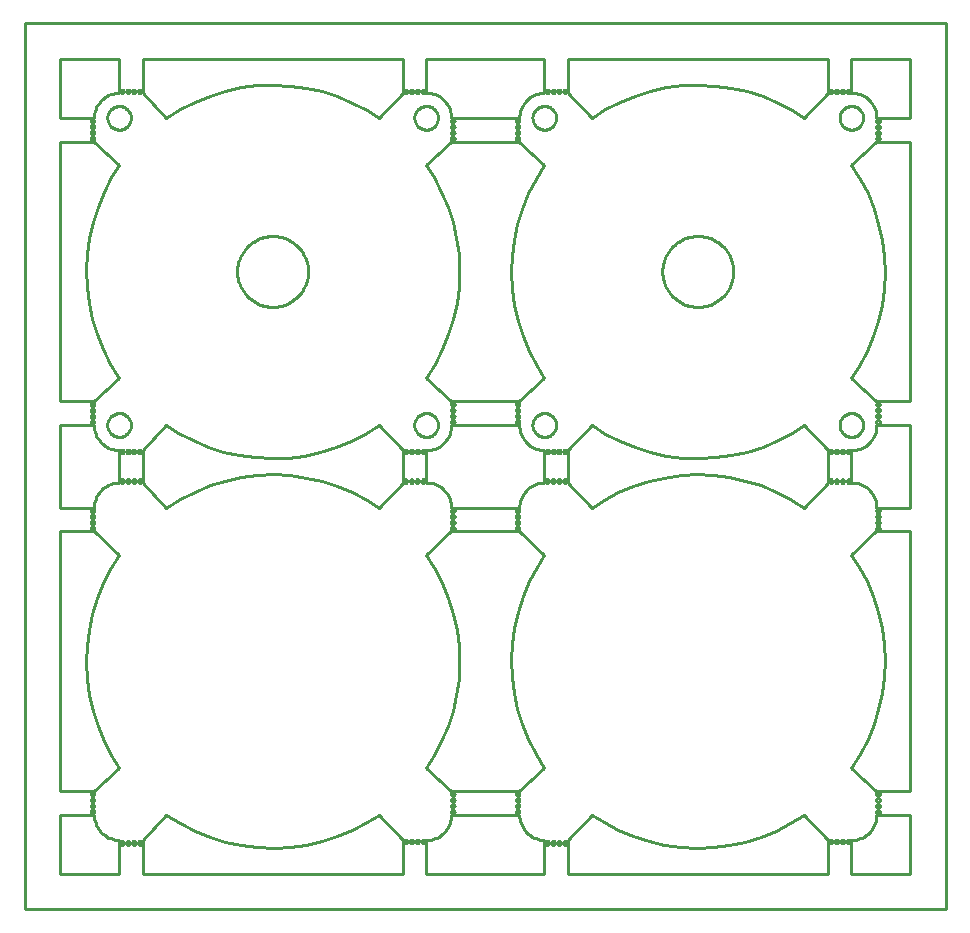
<source format=gbr>
G04 EAGLE Gerber RS-274X export*
G75*
%MOMM*%
%FSLAX34Y34*%
%LPD*%
%IN*%
%IPPOS*%
%AMOC8*
5,1,8,0,0,1.08239X$1,22.5*%
G01*
%ADD10C,0.254000*%


D10*
X0Y0D02*
X780000Y0D01*
X780000Y750000D01*
X0Y750000D01*
X0Y0D01*
X340000Y30000D02*
X440000Y30000D01*
X440000Y58750D01*
X438148Y58831D01*
X436310Y59073D01*
X434500Y59474D01*
X432732Y60032D01*
X431019Y60741D01*
X429375Y61597D01*
X427812Y62593D01*
X426341Y63722D01*
X424974Y64974D01*
X423722Y66341D01*
X422593Y67812D01*
X421597Y69375D01*
X420741Y71019D01*
X420032Y72732D01*
X419474Y74500D01*
X419073Y76310D01*
X418831Y78148D01*
X418750Y80000D01*
X361250Y80000D01*
X361169Y78148D01*
X360927Y76310D01*
X360526Y74500D01*
X359968Y72732D01*
X359259Y71019D01*
X358403Y69375D01*
X357407Y67812D01*
X356278Y66341D01*
X355026Y64974D01*
X353659Y63722D01*
X352189Y62593D01*
X350625Y61597D01*
X348981Y60741D01*
X347268Y60032D01*
X345500Y59474D01*
X343690Y59073D01*
X341852Y58831D01*
X340000Y58750D01*
X340000Y30000D01*
X460000Y30000D02*
X680000Y30000D01*
X680000Y58750D01*
X660000Y80000D01*
X648327Y72651D01*
X636058Y66347D01*
X623287Y61136D01*
X610110Y57058D01*
X596627Y54144D01*
X582942Y52417D01*
X569159Y51888D01*
X555382Y52563D01*
X541716Y54437D01*
X528265Y57494D01*
X515132Y61711D01*
X502417Y67058D01*
X490216Y73492D01*
X480000Y80000D01*
X460000Y58750D01*
X460000Y30000D01*
X700000Y30000D02*
X750000Y30000D01*
X750000Y80000D01*
X721250Y80000D01*
X721169Y78148D01*
X720927Y76310D01*
X720526Y74500D01*
X719968Y72732D01*
X719259Y71019D01*
X718403Y69375D01*
X717407Y67812D01*
X716278Y66341D01*
X715026Y64974D01*
X713659Y63722D01*
X712189Y62593D01*
X710625Y61597D01*
X708981Y60741D01*
X707268Y60032D01*
X705500Y59474D01*
X703690Y59073D01*
X701852Y58831D01*
X700000Y58750D01*
X700000Y30000D01*
X700000Y120000D02*
X721250Y100000D01*
X750000Y100000D01*
X750000Y320000D01*
X721250Y320000D01*
X700000Y300000D01*
X706508Y289784D01*
X712942Y277583D01*
X718289Y264868D01*
X722506Y251735D01*
X725563Y238284D01*
X727437Y224618D01*
X728112Y210841D01*
X727583Y197058D01*
X725856Y183373D01*
X722942Y169890D01*
X718864Y156713D01*
X713653Y143942D01*
X707349Y131673D01*
X700000Y120000D01*
X700000Y361250D02*
X701852Y361169D01*
X703690Y360927D01*
X705500Y360526D01*
X707268Y359968D01*
X708981Y359259D01*
X710625Y358403D01*
X712189Y357407D01*
X713659Y356278D01*
X715026Y355026D01*
X716278Y353659D01*
X717407Y352189D01*
X718403Y350625D01*
X719259Y348981D01*
X719968Y347268D01*
X720526Y345500D01*
X720927Y343690D01*
X721169Y341852D01*
X721250Y340000D01*
X750000Y340000D01*
X750000Y410000D01*
X721250Y410000D01*
X721169Y408148D01*
X720927Y406310D01*
X720526Y404500D01*
X719968Y402732D01*
X719259Y401019D01*
X718403Y399375D01*
X717407Y397812D01*
X716278Y396341D01*
X715026Y394974D01*
X713659Y393722D01*
X712189Y392593D01*
X710625Y391597D01*
X708981Y390741D01*
X707268Y390032D01*
X705500Y389474D01*
X703690Y389073D01*
X701852Y388831D01*
X700000Y388750D01*
X700000Y361250D01*
X700000Y450000D02*
X721250Y430000D01*
X750000Y430000D01*
X750000Y650000D01*
X721250Y650000D01*
X700000Y630000D01*
X707349Y618327D01*
X713653Y606058D01*
X718864Y593287D01*
X722942Y580110D01*
X725856Y566627D01*
X727583Y552942D01*
X728112Y539159D01*
X727437Y525382D01*
X725563Y511716D01*
X722506Y498265D01*
X718289Y485132D01*
X712942Y472417D01*
X706508Y460216D01*
X700000Y450000D01*
X340000Y691250D02*
X341852Y691169D01*
X343690Y690927D01*
X345500Y690526D01*
X347268Y689968D01*
X348981Y689259D01*
X350625Y688403D01*
X352189Y687407D01*
X353659Y686278D01*
X355026Y685026D01*
X356278Y683659D01*
X357407Y682189D01*
X358403Y680625D01*
X359259Y678981D01*
X359968Y677268D01*
X360526Y675500D01*
X360927Y673690D01*
X361169Y671852D01*
X361250Y670000D01*
X418750Y670000D01*
X418831Y671852D01*
X419073Y673690D01*
X419474Y675500D01*
X420032Y677268D01*
X420741Y678981D01*
X421597Y680625D01*
X422593Y682189D01*
X423722Y683659D01*
X424974Y685026D01*
X426341Y686278D01*
X427812Y687407D01*
X429375Y688403D01*
X431019Y689259D01*
X432732Y689968D01*
X434500Y690526D01*
X436310Y690927D01*
X438148Y691169D01*
X440000Y691250D01*
X440000Y720000D01*
X340000Y720000D01*
X340000Y691250D01*
X460000Y691250D02*
X480000Y670000D01*
X491673Y677349D01*
X503942Y683653D01*
X516713Y688864D01*
X529890Y692942D01*
X543373Y695856D01*
X557058Y697583D01*
X570841Y698112D01*
X584618Y697437D01*
X598284Y695563D01*
X611735Y692506D01*
X624868Y688289D01*
X637583Y682942D01*
X649784Y676508D01*
X660000Y670000D01*
X680000Y691250D01*
X680000Y720000D01*
X460000Y720000D01*
X460000Y691250D01*
X700000Y691250D02*
X701852Y691169D01*
X703690Y690927D01*
X705500Y690526D01*
X707268Y689968D01*
X708981Y689259D01*
X710625Y688403D01*
X712189Y687407D01*
X713659Y686278D01*
X715026Y685026D01*
X716278Y683659D01*
X717407Y682189D01*
X718403Y680625D01*
X719259Y678981D01*
X719968Y677268D01*
X720526Y675500D01*
X720927Y673690D01*
X721169Y671852D01*
X721250Y670000D01*
X750000Y670000D01*
X750000Y720000D01*
X700000Y720000D01*
X700000Y691250D01*
X460000Y361250D02*
X480000Y340000D01*
X490216Y346508D01*
X502417Y352942D01*
X515132Y358289D01*
X528265Y362506D01*
X541716Y365563D01*
X555382Y367437D01*
X569159Y368112D01*
X582942Y367583D01*
X596627Y365856D01*
X610110Y362942D01*
X623287Y358864D01*
X636058Y353653D01*
X648327Y347349D01*
X660000Y340000D01*
X680000Y361250D01*
X680000Y388750D01*
X660000Y410000D01*
X649784Y403492D01*
X637583Y397058D01*
X624868Y391711D01*
X611735Y387494D01*
X598284Y384437D01*
X584618Y382563D01*
X570841Y381888D01*
X557058Y382417D01*
X543373Y384144D01*
X529890Y387058D01*
X516713Y391136D01*
X503942Y396347D01*
X491673Y402651D01*
X480000Y410000D01*
X460000Y388750D01*
X460000Y361250D01*
X340000Y361250D02*
X341852Y361169D01*
X343690Y360927D01*
X345500Y360526D01*
X347268Y359968D01*
X348981Y359259D01*
X350625Y358403D01*
X352189Y357407D01*
X353659Y356278D01*
X355026Y355026D01*
X356278Y353659D01*
X357407Y352189D01*
X358403Y350625D01*
X359259Y348981D01*
X359968Y347268D01*
X360526Y345500D01*
X360927Y343690D01*
X361169Y341852D01*
X361250Y340000D01*
X418750Y340000D01*
X418831Y341852D01*
X419073Y343690D01*
X419474Y345500D01*
X420032Y347268D01*
X420741Y348981D01*
X421597Y350625D01*
X422593Y352189D01*
X423722Y353659D01*
X424974Y355026D01*
X426341Y356278D01*
X427812Y357407D01*
X429375Y358403D01*
X431019Y359259D01*
X432732Y359968D01*
X434500Y360526D01*
X436310Y360927D01*
X438148Y361169D01*
X440000Y361250D01*
X440000Y388750D01*
X438148Y388831D01*
X436310Y389073D01*
X434500Y389474D01*
X432732Y390032D01*
X431019Y390741D01*
X429375Y391597D01*
X427812Y392593D01*
X426341Y393722D01*
X424974Y394974D01*
X423722Y396341D01*
X422593Y397812D01*
X421597Y399375D01*
X420741Y401019D01*
X420032Y402732D01*
X419474Y404500D01*
X419073Y406310D01*
X418831Y408148D01*
X418750Y410000D01*
X361250Y410000D01*
X361169Y408148D01*
X360927Y406310D01*
X360526Y404500D01*
X359968Y402732D01*
X359259Y401019D01*
X358403Y399375D01*
X357407Y397812D01*
X356278Y396341D01*
X355026Y394974D01*
X353659Y393722D01*
X352189Y392593D01*
X350625Y391597D01*
X348981Y390741D01*
X347268Y390032D01*
X345500Y389474D01*
X343690Y389073D01*
X341852Y388831D01*
X340000Y388750D01*
X340000Y361250D01*
X340000Y450000D02*
X361250Y430000D01*
X418750Y430000D01*
X440000Y450000D01*
X433492Y460216D01*
X427058Y472417D01*
X421711Y485132D01*
X417494Y498265D01*
X414437Y511716D01*
X412563Y525382D01*
X411888Y539159D01*
X412417Y552942D01*
X414144Y566627D01*
X417058Y580110D01*
X421136Y593287D01*
X426347Y606058D01*
X432651Y618327D01*
X440000Y630000D01*
X418750Y650000D01*
X361250Y650000D01*
X340000Y630000D01*
X346508Y619784D01*
X352942Y607583D01*
X358289Y594868D01*
X362506Y581735D01*
X365563Y568284D01*
X367437Y554618D01*
X368112Y540841D01*
X367583Y527058D01*
X365856Y513373D01*
X362942Y499890D01*
X358864Y486713D01*
X353653Y473942D01*
X347349Y461673D01*
X340000Y450000D01*
X100000Y30000D02*
X320000Y30000D01*
X320000Y58750D01*
X300000Y80000D01*
X289784Y73492D01*
X277583Y67058D01*
X264868Y61711D01*
X251735Y57494D01*
X238284Y54437D01*
X224618Y52563D01*
X210841Y51888D01*
X197058Y52417D01*
X183373Y54144D01*
X169890Y57058D01*
X156713Y61136D01*
X143942Y66347D01*
X131673Y72651D01*
X120000Y80000D01*
X100000Y58750D01*
X100000Y30000D01*
X30000Y340000D02*
X58750Y340000D01*
X58831Y341852D01*
X59073Y343690D01*
X59474Y345500D01*
X60032Y347268D01*
X60741Y348981D01*
X61597Y350625D01*
X62593Y352189D01*
X63722Y353659D01*
X64974Y355026D01*
X66341Y356278D01*
X67812Y357407D01*
X69375Y358403D01*
X71019Y359259D01*
X72732Y359968D01*
X74500Y360526D01*
X76310Y360927D01*
X78148Y361169D01*
X80000Y361250D01*
X80000Y388750D01*
X78148Y388831D01*
X76310Y389073D01*
X74500Y389474D01*
X72732Y390032D01*
X71019Y390741D01*
X69375Y391597D01*
X67812Y392593D01*
X66341Y393722D01*
X64974Y394974D01*
X63722Y396341D01*
X62593Y397812D01*
X61597Y399375D01*
X60741Y401019D01*
X60032Y402732D01*
X59474Y404500D01*
X59073Y406310D01*
X58831Y408148D01*
X58750Y410000D01*
X30000Y410000D01*
X30000Y340000D01*
X340000Y120000D02*
X361250Y100000D01*
X418750Y100000D01*
X440000Y120000D01*
X432651Y131673D01*
X426347Y143942D01*
X421136Y156713D01*
X417058Y169890D01*
X414144Y183373D01*
X412417Y197058D01*
X411888Y210841D01*
X412563Y224618D01*
X414437Y238284D01*
X417494Y251735D01*
X421711Y264868D01*
X427058Y277583D01*
X433492Y289784D01*
X440000Y300000D01*
X418750Y320000D01*
X361250Y320000D01*
X340000Y300000D01*
X347349Y288327D01*
X353653Y276058D01*
X358864Y263287D01*
X362942Y250110D01*
X365856Y236627D01*
X367583Y222942D01*
X368112Y209159D01*
X367437Y195382D01*
X365563Y181716D01*
X362506Y168265D01*
X358289Y155132D01*
X352942Y142417D01*
X346508Y130216D01*
X340000Y120000D01*
X100000Y691250D02*
X120000Y670000D01*
X131673Y677349D01*
X143942Y683653D01*
X156713Y688864D01*
X169890Y692942D01*
X183373Y695856D01*
X197058Y697583D01*
X210841Y698112D01*
X224618Y697437D01*
X238284Y695563D01*
X251735Y692506D01*
X264868Y688289D01*
X277583Y682942D01*
X289784Y676508D01*
X300000Y670000D01*
X320000Y691250D01*
X320000Y720000D01*
X100000Y720000D01*
X100000Y691250D01*
X30000Y670000D02*
X58750Y670000D01*
X58831Y671852D01*
X59073Y673690D01*
X59474Y675500D01*
X60032Y677268D01*
X60741Y678981D01*
X61597Y680625D01*
X62593Y682189D01*
X63722Y683659D01*
X64974Y685026D01*
X66341Y686278D01*
X67812Y687407D01*
X69375Y688403D01*
X71019Y689259D01*
X72732Y689968D01*
X74500Y690526D01*
X76310Y690927D01*
X78148Y691169D01*
X80000Y691250D01*
X80000Y720000D01*
X30000Y720000D01*
X30000Y670000D01*
X30000Y430000D02*
X58750Y430000D01*
X80000Y450000D01*
X72651Y461673D01*
X66347Y473942D01*
X61136Y486713D01*
X57058Y499890D01*
X54144Y513373D01*
X52417Y527058D01*
X51888Y540841D01*
X52563Y554618D01*
X54437Y568284D01*
X57494Y581735D01*
X61711Y594868D01*
X67058Y607583D01*
X73492Y619784D01*
X80000Y630000D01*
X58750Y650000D01*
X30000Y650000D01*
X30000Y430000D01*
X30000Y30000D02*
X80000Y30000D01*
X80000Y58750D01*
X78148Y58831D01*
X76310Y59073D01*
X74500Y59474D01*
X72732Y60032D01*
X71019Y60741D01*
X69375Y61597D01*
X67812Y62593D01*
X66341Y63722D01*
X64974Y64974D01*
X63722Y66341D01*
X62593Y67812D01*
X61597Y69375D01*
X60741Y71019D01*
X60032Y72732D01*
X59474Y74500D01*
X59073Y76310D01*
X58831Y78148D01*
X58750Y80000D01*
X30000Y80000D01*
X30000Y30000D01*
X30000Y100000D02*
X58750Y100000D01*
X80000Y120000D01*
X73492Y130216D01*
X67058Y142417D01*
X61711Y155132D01*
X57494Y168265D01*
X54437Y181716D01*
X52563Y195382D01*
X51888Y209159D01*
X52417Y222942D01*
X54144Y236627D01*
X57058Y250110D01*
X61136Y263287D01*
X66347Y276058D01*
X72651Y288327D01*
X80000Y300000D01*
X58750Y320000D01*
X30000Y320000D01*
X30000Y100000D01*
X100000Y361250D02*
X120000Y340000D01*
X131673Y347349D01*
X143942Y353653D01*
X156713Y358864D01*
X169890Y362942D01*
X183373Y365856D01*
X197058Y367583D01*
X210841Y368112D01*
X224618Y367437D01*
X238284Y365563D01*
X251735Y362506D01*
X264868Y358289D01*
X277583Y352942D01*
X289784Y346508D01*
X300000Y340000D01*
X320000Y361250D01*
X320000Y388750D01*
X300000Y410000D01*
X288327Y402651D01*
X276058Y396347D01*
X263287Y391136D01*
X250110Y387058D01*
X236627Y384144D01*
X222942Y382417D01*
X209159Y381888D01*
X195382Y382563D01*
X181716Y384437D01*
X168265Y387494D01*
X155132Y391711D01*
X142417Y397058D01*
X130216Y403492D01*
X120000Y410000D01*
X100000Y388750D01*
X100000Y361250D01*
X94000Y387352D02*
X93942Y387062D01*
X93829Y386789D01*
X93665Y386544D01*
X93456Y386335D01*
X93211Y386171D01*
X92938Y386058D01*
X92648Y386000D01*
X92352Y386000D01*
X92062Y386058D01*
X91789Y386171D01*
X91544Y386335D01*
X91335Y386544D01*
X91171Y386789D01*
X91058Y387062D01*
X91000Y387352D01*
X91000Y387648D01*
X91058Y387938D01*
X91171Y388211D01*
X91335Y388456D01*
X91544Y388665D01*
X91789Y388829D01*
X92062Y388942D01*
X92352Y389000D01*
X92648Y389000D01*
X92938Y388942D01*
X93211Y388829D01*
X93456Y388665D01*
X93665Y388456D01*
X93829Y388211D01*
X93942Y387938D01*
X94000Y387648D01*
X94000Y387352D01*
X99000Y387352D02*
X98942Y387062D01*
X98829Y386789D01*
X98665Y386544D01*
X98456Y386335D01*
X98211Y386171D01*
X97938Y386058D01*
X97648Y386000D01*
X97352Y386000D01*
X97062Y386058D01*
X96789Y386171D01*
X96544Y386335D01*
X96335Y386544D01*
X96171Y386789D01*
X96058Y387062D01*
X96000Y387352D01*
X96000Y387648D01*
X96058Y387938D01*
X96171Y388211D01*
X96335Y388456D01*
X96544Y388665D01*
X96789Y388829D01*
X97062Y388942D01*
X97352Y389000D01*
X97648Y389000D01*
X97938Y388942D01*
X98211Y388829D01*
X98456Y388665D01*
X98665Y388456D01*
X98829Y388211D01*
X98942Y387938D01*
X99000Y387648D01*
X99000Y387352D01*
X94000Y362352D02*
X93942Y362062D01*
X93829Y361789D01*
X93665Y361544D01*
X93456Y361335D01*
X93211Y361171D01*
X92938Y361058D01*
X92648Y361000D01*
X92352Y361000D01*
X92062Y361058D01*
X91789Y361171D01*
X91544Y361335D01*
X91335Y361544D01*
X91171Y361789D01*
X91058Y362062D01*
X91000Y362352D01*
X91000Y362648D01*
X91058Y362938D01*
X91171Y363211D01*
X91335Y363456D01*
X91544Y363665D01*
X91789Y363829D01*
X92062Y363942D01*
X92352Y364000D01*
X92648Y364000D01*
X92938Y363942D01*
X93211Y363829D01*
X93456Y363665D01*
X93665Y363456D01*
X93829Y363211D01*
X93942Y362938D01*
X94000Y362648D01*
X94000Y362352D01*
X99000Y362352D02*
X98942Y362062D01*
X98829Y361789D01*
X98665Y361544D01*
X98456Y361335D01*
X98211Y361171D01*
X97938Y361058D01*
X97648Y361000D01*
X97352Y361000D01*
X97062Y361058D01*
X96789Y361171D01*
X96544Y361335D01*
X96335Y361544D01*
X96171Y361789D01*
X96058Y362062D01*
X96000Y362352D01*
X96000Y362648D01*
X96058Y362938D01*
X96171Y363211D01*
X96335Y363456D01*
X96544Y363665D01*
X96789Y363829D01*
X97062Y363942D01*
X97352Y364000D01*
X97648Y364000D01*
X97938Y363942D01*
X98211Y363829D01*
X98456Y363665D01*
X98665Y363456D01*
X98829Y363211D01*
X98942Y362938D01*
X99000Y362648D01*
X99000Y362352D01*
X324000Y362352D02*
X323942Y362062D01*
X323829Y361789D01*
X323665Y361544D01*
X323456Y361335D01*
X323211Y361171D01*
X322938Y361058D01*
X322648Y361000D01*
X322352Y361000D01*
X322062Y361058D01*
X321789Y361171D01*
X321544Y361335D01*
X321335Y361544D01*
X321171Y361789D01*
X321058Y362062D01*
X321000Y362352D01*
X321000Y362648D01*
X321058Y362938D01*
X321171Y363211D01*
X321335Y363456D01*
X321544Y363665D01*
X321789Y363829D01*
X322062Y363942D01*
X322352Y364000D01*
X322648Y364000D01*
X322938Y363942D01*
X323211Y363829D01*
X323456Y363665D01*
X323665Y363456D01*
X323829Y363211D01*
X323942Y362938D01*
X324000Y362648D01*
X324000Y362352D01*
X329000Y362352D02*
X328942Y362062D01*
X328829Y361789D01*
X328665Y361544D01*
X328456Y361335D01*
X328211Y361171D01*
X327938Y361058D01*
X327648Y361000D01*
X327352Y361000D01*
X327062Y361058D01*
X326789Y361171D01*
X326544Y361335D01*
X326335Y361544D01*
X326171Y361789D01*
X326058Y362062D01*
X326000Y362352D01*
X326000Y362648D01*
X326058Y362938D01*
X326171Y363211D01*
X326335Y363456D01*
X326544Y363665D01*
X326789Y363829D01*
X327062Y363942D01*
X327352Y364000D01*
X327648Y364000D01*
X327938Y363942D01*
X328211Y363829D01*
X328456Y363665D01*
X328665Y363456D01*
X328829Y363211D01*
X328942Y362938D01*
X329000Y362648D01*
X329000Y362352D01*
X329000Y387352D02*
X328942Y387062D01*
X328829Y386789D01*
X328665Y386544D01*
X328456Y386335D01*
X328211Y386171D01*
X327938Y386058D01*
X327648Y386000D01*
X327352Y386000D01*
X327062Y386058D01*
X326789Y386171D01*
X326544Y386335D01*
X326335Y386544D01*
X326171Y386789D01*
X326058Y387062D01*
X326000Y387352D01*
X326000Y387648D01*
X326058Y387938D01*
X326171Y388211D01*
X326335Y388456D01*
X326544Y388665D01*
X326789Y388829D01*
X327062Y388942D01*
X327352Y389000D01*
X327648Y389000D01*
X327938Y388942D01*
X328211Y388829D01*
X328456Y388665D01*
X328665Y388456D01*
X328829Y388211D01*
X328942Y387938D01*
X329000Y387648D01*
X329000Y387352D01*
X324000Y387352D02*
X323942Y387062D01*
X323829Y386789D01*
X323665Y386544D01*
X323456Y386335D01*
X323211Y386171D01*
X322938Y386058D01*
X322648Y386000D01*
X322352Y386000D01*
X322062Y386058D01*
X321789Y386171D01*
X321544Y386335D01*
X321335Y386544D01*
X321171Y386789D01*
X321058Y387062D01*
X321000Y387352D01*
X321000Y387648D01*
X321058Y387938D01*
X321171Y388211D01*
X321335Y388456D01*
X321544Y388665D01*
X321789Y388829D01*
X322062Y388942D01*
X322352Y389000D01*
X322648Y389000D01*
X322938Y388942D01*
X323211Y388829D01*
X323456Y388665D01*
X323665Y388456D01*
X323829Y388211D01*
X323942Y387938D01*
X324000Y387648D01*
X324000Y387352D01*
X364000Y322352D02*
X363942Y322062D01*
X363829Y321789D01*
X363665Y321544D01*
X363456Y321335D01*
X363211Y321171D01*
X362938Y321058D01*
X362648Y321000D01*
X362352Y321000D01*
X362062Y321058D01*
X361789Y321171D01*
X361544Y321335D01*
X361335Y321544D01*
X361171Y321789D01*
X361058Y322062D01*
X361000Y322352D01*
X361000Y322648D01*
X361058Y322938D01*
X361171Y323211D01*
X361335Y323456D01*
X361544Y323665D01*
X361789Y323829D01*
X362062Y323942D01*
X362352Y324000D01*
X362648Y324000D01*
X362938Y323942D01*
X363211Y323829D01*
X363456Y323665D01*
X363665Y323456D01*
X363829Y323211D01*
X363942Y322938D01*
X364000Y322648D01*
X364000Y322352D01*
X364000Y332352D02*
X363942Y332062D01*
X363829Y331789D01*
X363665Y331544D01*
X363456Y331335D01*
X363211Y331171D01*
X362938Y331058D01*
X362648Y331000D01*
X362352Y331000D01*
X362062Y331058D01*
X361789Y331171D01*
X361544Y331335D01*
X361335Y331544D01*
X361171Y331789D01*
X361058Y332062D01*
X361000Y332352D01*
X361000Y332648D01*
X361058Y332938D01*
X361171Y333211D01*
X361335Y333456D01*
X361544Y333665D01*
X361789Y333829D01*
X362062Y333942D01*
X362352Y334000D01*
X362648Y334000D01*
X362938Y333942D01*
X363211Y333829D01*
X363456Y333665D01*
X363665Y333456D01*
X363829Y333211D01*
X363942Y332938D01*
X364000Y332648D01*
X364000Y332352D01*
X364000Y92352D02*
X363942Y92062D01*
X363829Y91789D01*
X363665Y91544D01*
X363456Y91335D01*
X363211Y91171D01*
X362938Y91058D01*
X362648Y91000D01*
X362352Y91000D01*
X362062Y91058D01*
X361789Y91171D01*
X361544Y91335D01*
X361335Y91544D01*
X361171Y91789D01*
X361058Y92062D01*
X361000Y92352D01*
X361000Y92648D01*
X361058Y92938D01*
X361171Y93211D01*
X361335Y93456D01*
X361544Y93665D01*
X361789Y93829D01*
X362062Y93942D01*
X362352Y94000D01*
X362648Y94000D01*
X362938Y93942D01*
X363211Y93829D01*
X363456Y93665D01*
X363665Y93456D01*
X363829Y93211D01*
X363942Y92938D01*
X364000Y92648D01*
X364000Y92352D01*
X364000Y97352D02*
X363942Y97062D01*
X363829Y96789D01*
X363665Y96544D01*
X363456Y96335D01*
X363211Y96171D01*
X362938Y96058D01*
X362648Y96000D01*
X362352Y96000D01*
X362062Y96058D01*
X361789Y96171D01*
X361544Y96335D01*
X361335Y96544D01*
X361171Y96789D01*
X361058Y97062D01*
X361000Y97352D01*
X361000Y97648D01*
X361058Y97938D01*
X361171Y98211D01*
X361335Y98456D01*
X361544Y98665D01*
X361789Y98829D01*
X362062Y98942D01*
X362352Y99000D01*
X362648Y99000D01*
X362938Y98942D01*
X363211Y98829D01*
X363456Y98665D01*
X363665Y98456D01*
X363829Y98211D01*
X363942Y97938D01*
X364000Y97648D01*
X364000Y97352D01*
X329000Y57352D02*
X328942Y57062D01*
X328829Y56789D01*
X328665Y56544D01*
X328456Y56335D01*
X328211Y56171D01*
X327938Y56058D01*
X327648Y56000D01*
X327352Y56000D01*
X327062Y56058D01*
X326789Y56171D01*
X326544Y56335D01*
X326335Y56544D01*
X326171Y56789D01*
X326058Y57062D01*
X326000Y57352D01*
X326000Y57648D01*
X326058Y57938D01*
X326171Y58211D01*
X326335Y58456D01*
X326544Y58665D01*
X326789Y58829D01*
X327062Y58942D01*
X327352Y59000D01*
X327648Y59000D01*
X327938Y58942D01*
X328211Y58829D01*
X328456Y58665D01*
X328665Y58456D01*
X328829Y58211D01*
X328942Y57938D01*
X329000Y57648D01*
X329000Y57352D01*
X324000Y57352D02*
X323942Y57062D01*
X323829Y56789D01*
X323665Y56544D01*
X323456Y56335D01*
X323211Y56171D01*
X322938Y56058D01*
X322648Y56000D01*
X322352Y56000D01*
X322062Y56058D01*
X321789Y56171D01*
X321544Y56335D01*
X321335Y56544D01*
X321171Y56789D01*
X321058Y57062D01*
X321000Y57352D01*
X321000Y57648D01*
X321058Y57938D01*
X321171Y58211D01*
X321335Y58456D01*
X321544Y58665D01*
X321789Y58829D01*
X322062Y58942D01*
X322352Y59000D01*
X322648Y59000D01*
X322938Y58942D01*
X323211Y58829D01*
X323456Y58665D01*
X323665Y58456D01*
X323829Y58211D01*
X323942Y57938D01*
X324000Y57648D01*
X324000Y57352D01*
X99000Y56102D02*
X98942Y55812D01*
X98829Y55539D01*
X98665Y55294D01*
X98456Y55085D01*
X98211Y54921D01*
X97938Y54808D01*
X97648Y54750D01*
X97352Y54750D01*
X97062Y54808D01*
X96789Y54921D01*
X96544Y55085D01*
X96335Y55294D01*
X96171Y55539D01*
X96058Y55812D01*
X96000Y56102D01*
X96000Y56398D01*
X96058Y56688D01*
X96171Y56961D01*
X96335Y57206D01*
X96544Y57415D01*
X96789Y57579D01*
X97062Y57692D01*
X97352Y57750D01*
X97648Y57750D01*
X97938Y57692D01*
X98211Y57579D01*
X98456Y57415D01*
X98665Y57206D01*
X98829Y56961D01*
X98942Y56688D01*
X99000Y56398D01*
X99000Y56102D01*
X94000Y56102D02*
X93942Y55812D01*
X93829Y55539D01*
X93665Y55294D01*
X93456Y55085D01*
X93211Y54921D01*
X92938Y54808D01*
X92648Y54750D01*
X92352Y54750D01*
X92062Y54808D01*
X91789Y54921D01*
X91544Y55085D01*
X91335Y55294D01*
X91171Y55539D01*
X91058Y55812D01*
X91000Y56102D01*
X91000Y56398D01*
X91058Y56688D01*
X91171Y56961D01*
X91335Y57206D01*
X91544Y57415D01*
X91789Y57579D01*
X92062Y57692D01*
X92352Y57750D01*
X92648Y57750D01*
X92938Y57692D01*
X93211Y57579D01*
X93456Y57415D01*
X93665Y57206D01*
X93829Y56961D01*
X93942Y56688D01*
X94000Y56398D01*
X94000Y56102D01*
X59000Y92352D02*
X58942Y92062D01*
X58829Y91789D01*
X58665Y91544D01*
X58456Y91335D01*
X58211Y91171D01*
X57938Y91058D01*
X57648Y91000D01*
X57352Y91000D01*
X57062Y91058D01*
X56789Y91171D01*
X56544Y91335D01*
X56335Y91544D01*
X56171Y91789D01*
X56058Y92062D01*
X56000Y92352D01*
X56000Y92648D01*
X56058Y92938D01*
X56171Y93211D01*
X56335Y93456D01*
X56544Y93665D01*
X56789Y93829D01*
X57062Y93942D01*
X57352Y94000D01*
X57648Y94000D01*
X57938Y93942D01*
X58211Y93829D01*
X58456Y93665D01*
X58665Y93456D01*
X58829Y93211D01*
X58942Y92938D01*
X59000Y92648D01*
X59000Y92352D01*
X59000Y97352D02*
X58942Y97062D01*
X58829Y96789D01*
X58665Y96544D01*
X58456Y96335D01*
X58211Y96171D01*
X57938Y96058D01*
X57648Y96000D01*
X57352Y96000D01*
X57062Y96058D01*
X56789Y96171D01*
X56544Y96335D01*
X56335Y96544D01*
X56171Y96789D01*
X56058Y97062D01*
X56000Y97352D01*
X56000Y97648D01*
X56058Y97938D01*
X56171Y98211D01*
X56335Y98456D01*
X56544Y98665D01*
X56789Y98829D01*
X57062Y98942D01*
X57352Y99000D01*
X57648Y99000D01*
X57938Y98942D01*
X58211Y98829D01*
X58456Y98665D01*
X58665Y98456D01*
X58829Y98211D01*
X58942Y97938D01*
X59000Y97648D01*
X59000Y97352D01*
X59000Y322352D02*
X58942Y322062D01*
X58829Y321789D01*
X58665Y321544D01*
X58456Y321335D01*
X58211Y321171D01*
X57938Y321058D01*
X57648Y321000D01*
X57352Y321000D01*
X57062Y321058D01*
X56789Y321171D01*
X56544Y321335D01*
X56335Y321544D01*
X56171Y321789D01*
X56058Y322062D01*
X56000Y322352D01*
X56000Y322648D01*
X56058Y322938D01*
X56171Y323211D01*
X56335Y323456D01*
X56544Y323665D01*
X56789Y323829D01*
X57062Y323942D01*
X57352Y324000D01*
X57648Y324000D01*
X57938Y323942D01*
X58211Y323829D01*
X58456Y323665D01*
X58665Y323456D01*
X58829Y323211D01*
X58942Y322938D01*
X59000Y322648D01*
X59000Y322352D01*
X59000Y327352D02*
X58942Y327062D01*
X58829Y326789D01*
X58665Y326544D01*
X58456Y326335D01*
X58211Y326171D01*
X57938Y326058D01*
X57648Y326000D01*
X57352Y326000D01*
X57062Y326058D01*
X56789Y326171D01*
X56544Y326335D01*
X56335Y326544D01*
X56171Y326789D01*
X56058Y327062D01*
X56000Y327352D01*
X56000Y327648D01*
X56058Y327938D01*
X56171Y328211D01*
X56335Y328456D01*
X56544Y328665D01*
X56789Y328829D01*
X57062Y328942D01*
X57352Y329000D01*
X57648Y329000D01*
X57938Y328942D01*
X58211Y328829D01*
X58456Y328665D01*
X58665Y328456D01*
X58829Y328211D01*
X58942Y327938D01*
X59000Y327648D01*
X59000Y327352D01*
X59000Y422352D02*
X58942Y422062D01*
X58829Y421789D01*
X58665Y421544D01*
X58456Y421335D01*
X58211Y421171D01*
X57938Y421058D01*
X57648Y421000D01*
X57352Y421000D01*
X57062Y421058D01*
X56789Y421171D01*
X56544Y421335D01*
X56335Y421544D01*
X56171Y421789D01*
X56058Y422062D01*
X56000Y422352D01*
X56000Y422648D01*
X56058Y422938D01*
X56171Y423211D01*
X56335Y423456D01*
X56544Y423665D01*
X56789Y423829D01*
X57062Y423942D01*
X57352Y424000D01*
X57648Y424000D01*
X57938Y423942D01*
X58211Y423829D01*
X58456Y423665D01*
X58665Y423456D01*
X58829Y423211D01*
X58942Y422938D01*
X59000Y422648D01*
X59000Y422352D01*
X59000Y427352D02*
X58942Y427062D01*
X58829Y426789D01*
X58665Y426544D01*
X58456Y426335D01*
X58211Y426171D01*
X57938Y426058D01*
X57648Y426000D01*
X57352Y426000D01*
X57062Y426058D01*
X56789Y426171D01*
X56544Y426335D01*
X56335Y426544D01*
X56171Y426789D01*
X56058Y427062D01*
X56000Y427352D01*
X56000Y427648D01*
X56058Y427938D01*
X56171Y428211D01*
X56335Y428456D01*
X56544Y428665D01*
X56789Y428829D01*
X57062Y428942D01*
X57352Y429000D01*
X57648Y429000D01*
X57938Y428942D01*
X58211Y428829D01*
X58456Y428665D01*
X58665Y428456D01*
X58829Y428211D01*
X58942Y427938D01*
X59000Y427648D01*
X59000Y427352D01*
X364000Y422352D02*
X363942Y422062D01*
X363829Y421789D01*
X363665Y421544D01*
X363456Y421335D01*
X363211Y421171D01*
X362938Y421058D01*
X362648Y421000D01*
X362352Y421000D01*
X362062Y421058D01*
X361789Y421171D01*
X361544Y421335D01*
X361335Y421544D01*
X361171Y421789D01*
X361058Y422062D01*
X361000Y422352D01*
X361000Y422648D01*
X361058Y422938D01*
X361171Y423211D01*
X361335Y423456D01*
X361544Y423665D01*
X361789Y423829D01*
X362062Y423942D01*
X362352Y424000D01*
X362648Y424000D01*
X362938Y423942D01*
X363211Y423829D01*
X363456Y423665D01*
X363665Y423456D01*
X363829Y423211D01*
X363942Y422938D01*
X364000Y422648D01*
X364000Y422352D01*
X364000Y427352D02*
X363942Y427062D01*
X363829Y426789D01*
X363665Y426544D01*
X363456Y426335D01*
X363211Y426171D01*
X362938Y426058D01*
X362648Y426000D01*
X362352Y426000D01*
X362062Y426058D01*
X361789Y426171D01*
X361544Y426335D01*
X361335Y426544D01*
X361171Y426789D01*
X361058Y427062D01*
X361000Y427352D01*
X361000Y427648D01*
X361058Y427938D01*
X361171Y428211D01*
X361335Y428456D01*
X361544Y428665D01*
X361789Y428829D01*
X362062Y428942D01*
X362352Y429000D01*
X362648Y429000D01*
X362938Y428942D01*
X363211Y428829D01*
X363456Y428665D01*
X363665Y428456D01*
X363829Y428211D01*
X363942Y427938D01*
X364000Y427648D01*
X364000Y427352D01*
X364000Y652352D02*
X363942Y652062D01*
X363829Y651789D01*
X363665Y651544D01*
X363456Y651335D01*
X363211Y651171D01*
X362938Y651058D01*
X362648Y651000D01*
X362352Y651000D01*
X362062Y651058D01*
X361789Y651171D01*
X361544Y651335D01*
X361335Y651544D01*
X361171Y651789D01*
X361058Y652062D01*
X361000Y652352D01*
X361000Y652648D01*
X361058Y652938D01*
X361171Y653211D01*
X361335Y653456D01*
X361544Y653665D01*
X361789Y653829D01*
X362062Y653942D01*
X362352Y654000D01*
X362648Y654000D01*
X362938Y653942D01*
X363211Y653829D01*
X363456Y653665D01*
X363665Y653456D01*
X363829Y653211D01*
X363942Y652938D01*
X364000Y652648D01*
X364000Y652352D01*
X364000Y657352D02*
X363942Y657062D01*
X363829Y656789D01*
X363665Y656544D01*
X363456Y656335D01*
X363211Y656171D01*
X362938Y656058D01*
X362648Y656000D01*
X362352Y656000D01*
X362062Y656058D01*
X361789Y656171D01*
X361544Y656335D01*
X361335Y656544D01*
X361171Y656789D01*
X361058Y657062D01*
X361000Y657352D01*
X361000Y657648D01*
X361058Y657938D01*
X361171Y658211D01*
X361335Y658456D01*
X361544Y658665D01*
X361789Y658829D01*
X362062Y658942D01*
X362352Y659000D01*
X362648Y659000D01*
X362938Y658942D01*
X363211Y658829D01*
X363456Y658665D01*
X363665Y658456D01*
X363829Y658211D01*
X363942Y657938D01*
X364000Y657648D01*
X364000Y657352D01*
X329000Y692352D02*
X328942Y692062D01*
X328829Y691789D01*
X328665Y691544D01*
X328456Y691335D01*
X328211Y691171D01*
X327938Y691058D01*
X327648Y691000D01*
X327352Y691000D01*
X327062Y691058D01*
X326789Y691171D01*
X326544Y691335D01*
X326335Y691544D01*
X326171Y691789D01*
X326058Y692062D01*
X326000Y692352D01*
X326000Y692648D01*
X326058Y692938D01*
X326171Y693211D01*
X326335Y693456D01*
X326544Y693665D01*
X326789Y693829D01*
X327062Y693942D01*
X327352Y694000D01*
X327648Y694000D01*
X327938Y693942D01*
X328211Y693829D01*
X328456Y693665D01*
X328665Y693456D01*
X328829Y693211D01*
X328942Y692938D01*
X329000Y692648D01*
X329000Y692352D01*
X324000Y692352D02*
X323942Y692062D01*
X323829Y691789D01*
X323665Y691544D01*
X323456Y691335D01*
X323211Y691171D01*
X322938Y691058D01*
X322648Y691000D01*
X322352Y691000D01*
X322062Y691058D01*
X321789Y691171D01*
X321544Y691335D01*
X321335Y691544D01*
X321171Y691789D01*
X321058Y692062D01*
X321000Y692352D01*
X321000Y692648D01*
X321058Y692938D01*
X321171Y693211D01*
X321335Y693456D01*
X321544Y693665D01*
X321789Y693829D01*
X322062Y693942D01*
X322352Y694000D01*
X322648Y694000D01*
X322938Y693942D01*
X323211Y693829D01*
X323456Y693665D01*
X323665Y693456D01*
X323829Y693211D01*
X323942Y692938D01*
X324000Y692648D01*
X324000Y692352D01*
X94000Y692352D02*
X93942Y692062D01*
X93829Y691789D01*
X93665Y691544D01*
X93456Y691335D01*
X93211Y691171D01*
X92938Y691058D01*
X92648Y691000D01*
X92352Y691000D01*
X92062Y691058D01*
X91789Y691171D01*
X91544Y691335D01*
X91335Y691544D01*
X91171Y691789D01*
X91058Y692062D01*
X91000Y692352D01*
X91000Y692648D01*
X91058Y692938D01*
X91171Y693211D01*
X91335Y693456D01*
X91544Y693665D01*
X91789Y693829D01*
X92062Y693942D01*
X92352Y694000D01*
X92648Y694000D01*
X92938Y693942D01*
X93211Y693829D01*
X93456Y693665D01*
X93665Y693456D01*
X93829Y693211D01*
X93942Y692938D01*
X94000Y692648D01*
X94000Y692352D01*
X99000Y692352D02*
X98942Y692062D01*
X98829Y691789D01*
X98665Y691544D01*
X98456Y691335D01*
X98211Y691171D01*
X97938Y691058D01*
X97648Y691000D01*
X97352Y691000D01*
X97062Y691058D01*
X96789Y691171D01*
X96544Y691335D01*
X96335Y691544D01*
X96171Y691789D01*
X96058Y692062D01*
X96000Y692352D01*
X96000Y692648D01*
X96058Y692938D01*
X96171Y693211D01*
X96335Y693456D01*
X96544Y693665D01*
X96789Y693829D01*
X97062Y693942D01*
X97352Y694000D01*
X97648Y694000D01*
X97938Y693942D01*
X98211Y693829D01*
X98456Y693665D01*
X98665Y693456D01*
X98829Y693211D01*
X98942Y692938D01*
X99000Y692648D01*
X99000Y692352D01*
X59000Y657352D02*
X58942Y657062D01*
X58829Y656789D01*
X58665Y656544D01*
X58456Y656335D01*
X58211Y656171D01*
X57938Y656058D01*
X57648Y656000D01*
X57352Y656000D01*
X57062Y656058D01*
X56789Y656171D01*
X56544Y656335D01*
X56335Y656544D01*
X56171Y656789D01*
X56058Y657062D01*
X56000Y657352D01*
X56000Y657648D01*
X56058Y657938D01*
X56171Y658211D01*
X56335Y658456D01*
X56544Y658665D01*
X56789Y658829D01*
X57062Y658942D01*
X57352Y659000D01*
X57648Y659000D01*
X57938Y658942D01*
X58211Y658829D01*
X58456Y658665D01*
X58665Y658456D01*
X58829Y658211D01*
X58942Y657938D01*
X59000Y657648D01*
X59000Y657352D01*
X59000Y652352D02*
X58942Y652062D01*
X58829Y651789D01*
X58665Y651544D01*
X58456Y651335D01*
X58211Y651171D01*
X57938Y651058D01*
X57648Y651000D01*
X57352Y651000D01*
X57062Y651058D01*
X56789Y651171D01*
X56544Y651335D01*
X56335Y651544D01*
X56171Y651789D01*
X56058Y652062D01*
X56000Y652352D01*
X56000Y652648D01*
X56058Y652938D01*
X56171Y653211D01*
X56335Y653456D01*
X56544Y653665D01*
X56789Y653829D01*
X57062Y653942D01*
X57352Y654000D01*
X57648Y654000D01*
X57938Y653942D01*
X58211Y653829D01*
X58456Y653665D01*
X58665Y653456D01*
X58829Y653211D01*
X58942Y652938D01*
X59000Y652648D01*
X59000Y652352D01*
X240000Y539264D02*
X239928Y537792D01*
X239783Y536327D01*
X239567Y534870D01*
X239280Y533425D01*
X238922Y531996D01*
X238494Y530587D01*
X237998Y529200D01*
X237435Y527839D01*
X236805Y526508D01*
X236110Y525209D01*
X235353Y523945D01*
X234535Y522721D01*
X233658Y521538D01*
X232723Y520399D01*
X231734Y519308D01*
X230692Y518266D01*
X229601Y517277D01*
X228463Y516342D01*
X227279Y515465D01*
X226055Y514647D01*
X224791Y513890D01*
X223492Y513195D01*
X222161Y512565D01*
X220800Y512002D01*
X219413Y511506D01*
X218004Y511078D01*
X216575Y510720D01*
X215130Y510433D01*
X213673Y510217D01*
X212208Y510072D01*
X210736Y510000D01*
X209264Y510000D01*
X207792Y510072D01*
X206327Y510217D01*
X204870Y510433D01*
X203425Y510720D01*
X201996Y511078D01*
X200587Y511506D01*
X199200Y512002D01*
X197839Y512565D01*
X196508Y513195D01*
X195209Y513890D01*
X193945Y514647D01*
X192721Y515465D01*
X191538Y516342D01*
X190399Y517277D01*
X189308Y518266D01*
X188266Y519308D01*
X187277Y520399D01*
X186342Y521538D01*
X185465Y522721D01*
X184647Y523945D01*
X183890Y525209D01*
X183195Y526508D01*
X182565Y527839D01*
X182002Y529200D01*
X181506Y530587D01*
X181078Y531996D01*
X180720Y533425D01*
X180433Y534870D01*
X180217Y536327D01*
X180072Y537792D01*
X180000Y539264D01*
X180000Y540736D01*
X180072Y542208D01*
X180217Y543673D01*
X180433Y545130D01*
X180720Y546575D01*
X181078Y548004D01*
X181506Y549413D01*
X182002Y550800D01*
X182565Y552161D01*
X183195Y553492D01*
X183890Y554791D01*
X184647Y556055D01*
X185465Y557279D01*
X186342Y558463D01*
X187277Y559601D01*
X188266Y560692D01*
X189308Y561734D01*
X190399Y562723D01*
X191538Y563658D01*
X192721Y564535D01*
X193945Y565353D01*
X195209Y566110D01*
X196508Y566805D01*
X197839Y567435D01*
X199200Y567998D01*
X200587Y568494D01*
X201996Y568922D01*
X203425Y569280D01*
X204870Y569567D01*
X206327Y569783D01*
X207792Y569928D01*
X209264Y570000D01*
X210736Y570000D01*
X212208Y569928D01*
X213673Y569783D01*
X215130Y569567D01*
X216575Y569280D01*
X218004Y568922D01*
X219413Y568494D01*
X220800Y567998D01*
X222161Y567435D01*
X223492Y566805D01*
X224791Y566110D01*
X226055Y565353D01*
X227279Y564535D01*
X228463Y563658D01*
X229601Y562723D01*
X230692Y561734D01*
X231734Y560692D01*
X232723Y559601D01*
X233658Y558463D01*
X234535Y557279D01*
X235353Y556055D01*
X236110Y554791D01*
X236805Y553492D01*
X237435Y552161D01*
X237998Y550800D01*
X238494Y549413D01*
X238922Y548004D01*
X239280Y546575D01*
X239567Y545130D01*
X239783Y543673D01*
X239928Y542208D01*
X240000Y540736D01*
X240000Y539264D01*
X90000Y669563D02*
X89924Y668694D01*
X89772Y667834D01*
X89546Y666990D01*
X89248Y666170D01*
X88879Y665378D01*
X88442Y664622D01*
X87941Y663907D01*
X87380Y663238D01*
X86762Y662620D01*
X86093Y662059D01*
X85378Y661558D01*
X84622Y661121D01*
X83830Y660752D01*
X83010Y660454D01*
X82166Y660228D01*
X81307Y660076D01*
X80437Y660000D01*
X79563Y660000D01*
X78694Y660076D01*
X77834Y660228D01*
X76990Y660454D01*
X76170Y660752D01*
X75378Y661121D01*
X74622Y661558D01*
X73907Y662059D01*
X73238Y662620D01*
X72620Y663238D01*
X72059Y663907D01*
X71558Y664622D01*
X71121Y665378D01*
X70752Y666170D01*
X70454Y666990D01*
X70228Y667834D01*
X70076Y668694D01*
X70000Y669563D01*
X70000Y670437D01*
X70076Y671307D01*
X70228Y672166D01*
X70454Y673010D01*
X70752Y673830D01*
X71121Y674622D01*
X71558Y675378D01*
X72059Y676093D01*
X72620Y676762D01*
X73238Y677380D01*
X73907Y677941D01*
X74622Y678442D01*
X75378Y678879D01*
X76170Y679248D01*
X76990Y679546D01*
X77834Y679772D01*
X78694Y679924D01*
X79563Y680000D01*
X80437Y680000D01*
X81307Y679924D01*
X82166Y679772D01*
X83010Y679546D01*
X83830Y679248D01*
X84622Y678879D01*
X85378Y678442D01*
X86093Y677941D01*
X86762Y677380D01*
X87380Y676762D01*
X87941Y676093D01*
X88442Y675378D01*
X88879Y674622D01*
X89248Y673830D01*
X89546Y673010D01*
X89772Y672166D01*
X89924Y671307D01*
X90000Y670437D01*
X90000Y669563D01*
X350000Y669563D02*
X349924Y668694D01*
X349772Y667834D01*
X349546Y666990D01*
X349248Y666170D01*
X348879Y665378D01*
X348442Y664622D01*
X347941Y663907D01*
X347380Y663238D01*
X346762Y662620D01*
X346093Y662059D01*
X345378Y661558D01*
X344622Y661121D01*
X343830Y660752D01*
X343010Y660454D01*
X342166Y660228D01*
X341307Y660076D01*
X340437Y660000D01*
X339563Y660000D01*
X338694Y660076D01*
X337834Y660228D01*
X336990Y660454D01*
X336170Y660752D01*
X335378Y661121D01*
X334622Y661558D01*
X333907Y662059D01*
X333238Y662620D01*
X332620Y663238D01*
X332059Y663907D01*
X331558Y664622D01*
X331121Y665378D01*
X330752Y666170D01*
X330454Y666990D01*
X330228Y667834D01*
X330076Y668694D01*
X330000Y669563D01*
X330000Y670437D01*
X330076Y671307D01*
X330228Y672166D01*
X330454Y673010D01*
X330752Y673830D01*
X331121Y674622D01*
X331558Y675378D01*
X332059Y676093D01*
X332620Y676762D01*
X333238Y677380D01*
X333907Y677941D01*
X334622Y678442D01*
X335378Y678879D01*
X336170Y679248D01*
X336990Y679546D01*
X337834Y679772D01*
X338694Y679924D01*
X339563Y680000D01*
X340437Y680000D01*
X341307Y679924D01*
X342166Y679772D01*
X343010Y679546D01*
X343830Y679248D01*
X344622Y678879D01*
X345378Y678442D01*
X346093Y677941D01*
X346762Y677380D01*
X347380Y676762D01*
X347941Y676093D01*
X348442Y675378D01*
X348879Y674622D01*
X349248Y673830D01*
X349546Y673010D01*
X349772Y672166D01*
X349924Y671307D01*
X350000Y670437D01*
X350000Y669563D01*
X350000Y409563D02*
X349924Y408694D01*
X349772Y407834D01*
X349546Y406990D01*
X349248Y406170D01*
X348879Y405378D01*
X348442Y404622D01*
X347941Y403907D01*
X347380Y403238D01*
X346762Y402620D01*
X346093Y402059D01*
X345378Y401558D01*
X344622Y401121D01*
X343830Y400752D01*
X343010Y400454D01*
X342166Y400228D01*
X341307Y400076D01*
X340437Y400000D01*
X339563Y400000D01*
X338694Y400076D01*
X337834Y400228D01*
X336990Y400454D01*
X336170Y400752D01*
X335378Y401121D01*
X334622Y401558D01*
X333907Y402059D01*
X333238Y402620D01*
X332620Y403238D01*
X332059Y403907D01*
X331558Y404622D01*
X331121Y405378D01*
X330752Y406170D01*
X330454Y406990D01*
X330228Y407834D01*
X330076Y408694D01*
X330000Y409563D01*
X330000Y410437D01*
X330076Y411307D01*
X330228Y412166D01*
X330454Y413010D01*
X330752Y413830D01*
X331121Y414622D01*
X331558Y415378D01*
X332059Y416093D01*
X332620Y416762D01*
X333238Y417380D01*
X333907Y417941D01*
X334622Y418442D01*
X335378Y418879D01*
X336170Y419248D01*
X336990Y419546D01*
X337834Y419772D01*
X338694Y419924D01*
X339563Y420000D01*
X340437Y420000D01*
X341307Y419924D01*
X342166Y419772D01*
X343010Y419546D01*
X343830Y419248D01*
X344622Y418879D01*
X345378Y418442D01*
X346093Y417941D01*
X346762Y417380D01*
X347380Y416762D01*
X347941Y416093D01*
X348442Y415378D01*
X348879Y414622D01*
X349248Y413830D01*
X349546Y413010D01*
X349772Y412166D01*
X349924Y411307D01*
X350000Y410437D01*
X350000Y409563D01*
X90000Y409563D02*
X89924Y408694D01*
X89772Y407834D01*
X89546Y406990D01*
X89248Y406170D01*
X88879Y405378D01*
X88442Y404622D01*
X87941Y403907D01*
X87380Y403238D01*
X86762Y402620D01*
X86093Y402059D01*
X85378Y401558D01*
X84622Y401121D01*
X83830Y400752D01*
X83010Y400454D01*
X82166Y400228D01*
X81307Y400076D01*
X80437Y400000D01*
X79563Y400000D01*
X78694Y400076D01*
X77834Y400228D01*
X76990Y400454D01*
X76170Y400752D01*
X75378Y401121D01*
X74622Y401558D01*
X73907Y402059D01*
X73238Y402620D01*
X72620Y403238D01*
X72059Y403907D01*
X71558Y404622D01*
X71121Y405378D01*
X70752Y406170D01*
X70454Y406990D01*
X70228Y407834D01*
X70076Y408694D01*
X70000Y409563D01*
X70000Y410437D01*
X70076Y411307D01*
X70228Y412166D01*
X70454Y413010D01*
X70752Y413830D01*
X71121Y414622D01*
X71558Y415378D01*
X72059Y416093D01*
X72620Y416762D01*
X73238Y417380D01*
X73907Y417941D01*
X74622Y418442D01*
X75378Y418879D01*
X76170Y419248D01*
X76990Y419546D01*
X77834Y419772D01*
X78694Y419924D01*
X79563Y420000D01*
X80437Y420000D01*
X81307Y419924D01*
X82166Y419772D01*
X83010Y419546D01*
X83830Y419248D01*
X84622Y418879D01*
X85378Y418442D01*
X86093Y417941D01*
X86762Y417380D01*
X87380Y416762D01*
X87941Y416093D01*
X88442Y415378D01*
X88879Y414622D01*
X89248Y413830D01*
X89546Y413010D01*
X89772Y412166D01*
X89924Y411307D01*
X90000Y410437D01*
X90000Y409563D01*
X59000Y332352D02*
X58942Y332062D01*
X58829Y331789D01*
X58665Y331544D01*
X58456Y331335D01*
X58211Y331171D01*
X57938Y331058D01*
X57648Y331000D01*
X57352Y331000D01*
X57062Y331058D01*
X56789Y331171D01*
X56544Y331335D01*
X56335Y331544D01*
X56171Y331789D01*
X56058Y332062D01*
X56000Y332352D01*
X56000Y332648D01*
X56058Y332938D01*
X56171Y333211D01*
X56335Y333456D01*
X56544Y333665D01*
X56789Y333829D01*
X57062Y333942D01*
X57352Y334000D01*
X57648Y334000D01*
X57938Y333942D01*
X58211Y333829D01*
X58456Y333665D01*
X58665Y333456D01*
X58829Y333211D01*
X58942Y332938D01*
X59000Y332648D01*
X59000Y332352D01*
X59000Y337352D02*
X58942Y337062D01*
X58829Y336789D01*
X58665Y336544D01*
X58456Y336335D01*
X58211Y336171D01*
X57938Y336058D01*
X57648Y336000D01*
X57352Y336000D01*
X57062Y336058D01*
X56789Y336171D01*
X56544Y336335D01*
X56335Y336544D01*
X56171Y336789D01*
X56058Y337062D01*
X56000Y337352D01*
X56000Y337648D01*
X56058Y337938D01*
X56171Y338211D01*
X56335Y338456D01*
X56544Y338665D01*
X56789Y338829D01*
X57062Y338942D01*
X57352Y339000D01*
X57648Y339000D01*
X57938Y338942D01*
X58211Y338829D01*
X58456Y338665D01*
X58665Y338456D01*
X58829Y338211D01*
X58942Y337938D01*
X59000Y337648D01*
X59000Y337352D01*
X89000Y362352D02*
X88942Y362062D01*
X88829Y361789D01*
X88665Y361544D01*
X88456Y361335D01*
X88211Y361171D01*
X87938Y361058D01*
X87648Y361000D01*
X87352Y361000D01*
X87062Y361058D01*
X86789Y361171D01*
X86544Y361335D01*
X86335Y361544D01*
X86171Y361789D01*
X86058Y362062D01*
X86000Y362352D01*
X86000Y362648D01*
X86058Y362938D01*
X86171Y363211D01*
X86335Y363456D01*
X86544Y363665D01*
X86789Y363829D01*
X87062Y363942D01*
X87352Y364000D01*
X87648Y364000D01*
X87938Y363942D01*
X88211Y363829D01*
X88456Y363665D01*
X88665Y363456D01*
X88829Y363211D01*
X88942Y362938D01*
X89000Y362648D01*
X89000Y362352D01*
X84000Y362352D02*
X83942Y362062D01*
X83829Y361789D01*
X83665Y361544D01*
X83456Y361335D01*
X83211Y361171D01*
X82938Y361058D01*
X82648Y361000D01*
X82352Y361000D01*
X82062Y361058D01*
X81789Y361171D01*
X81544Y361335D01*
X81335Y361544D01*
X81171Y361789D01*
X81058Y362062D01*
X81000Y362352D01*
X81000Y362648D01*
X81058Y362938D01*
X81171Y363211D01*
X81335Y363456D01*
X81544Y363665D01*
X81789Y363829D01*
X82062Y363942D01*
X82352Y364000D01*
X82648Y364000D01*
X82938Y363942D01*
X83211Y363829D01*
X83456Y363665D01*
X83665Y363456D01*
X83829Y363211D01*
X83942Y362938D01*
X84000Y362648D01*
X84000Y362352D01*
X89000Y387352D02*
X88942Y387062D01*
X88829Y386789D01*
X88665Y386544D01*
X88456Y386335D01*
X88211Y386171D01*
X87938Y386058D01*
X87648Y386000D01*
X87352Y386000D01*
X87062Y386058D01*
X86789Y386171D01*
X86544Y386335D01*
X86335Y386544D01*
X86171Y386789D01*
X86058Y387062D01*
X86000Y387352D01*
X86000Y387648D01*
X86058Y387938D01*
X86171Y388211D01*
X86335Y388456D01*
X86544Y388665D01*
X86789Y388829D01*
X87062Y388942D01*
X87352Y389000D01*
X87648Y389000D01*
X87938Y388942D01*
X88211Y388829D01*
X88456Y388665D01*
X88665Y388456D01*
X88829Y388211D01*
X88942Y387938D01*
X89000Y387648D01*
X89000Y387352D01*
X84000Y387352D02*
X83942Y387062D01*
X83829Y386789D01*
X83665Y386544D01*
X83456Y386335D01*
X83211Y386171D01*
X82938Y386058D01*
X82648Y386000D01*
X82352Y386000D01*
X82062Y386058D01*
X81789Y386171D01*
X81544Y386335D01*
X81335Y386544D01*
X81171Y386789D01*
X81058Y387062D01*
X81000Y387352D01*
X81000Y387648D01*
X81058Y387938D01*
X81171Y388211D01*
X81335Y388456D01*
X81544Y388665D01*
X81789Y388829D01*
X82062Y388942D01*
X82352Y389000D01*
X82648Y389000D01*
X82938Y388942D01*
X83211Y388829D01*
X83456Y388665D01*
X83665Y388456D01*
X83829Y388211D01*
X83942Y387938D01*
X84000Y387648D01*
X84000Y387352D01*
X59000Y417352D02*
X58942Y417062D01*
X58829Y416789D01*
X58665Y416544D01*
X58456Y416335D01*
X58211Y416171D01*
X57938Y416058D01*
X57648Y416000D01*
X57352Y416000D01*
X57062Y416058D01*
X56789Y416171D01*
X56544Y416335D01*
X56335Y416544D01*
X56171Y416789D01*
X56058Y417062D01*
X56000Y417352D01*
X56000Y417648D01*
X56058Y417938D01*
X56171Y418211D01*
X56335Y418456D01*
X56544Y418665D01*
X56789Y418829D01*
X57062Y418942D01*
X57352Y419000D01*
X57648Y419000D01*
X57938Y418942D01*
X58211Y418829D01*
X58456Y418665D01*
X58665Y418456D01*
X58829Y418211D01*
X58942Y417938D01*
X59000Y417648D01*
X59000Y417352D01*
X59000Y412352D02*
X58942Y412062D01*
X58829Y411789D01*
X58665Y411544D01*
X58456Y411335D01*
X58211Y411171D01*
X57938Y411058D01*
X57648Y411000D01*
X57352Y411000D01*
X57062Y411058D01*
X56789Y411171D01*
X56544Y411335D01*
X56335Y411544D01*
X56171Y411789D01*
X56058Y412062D01*
X56000Y412352D01*
X56000Y412648D01*
X56058Y412938D01*
X56171Y413211D01*
X56335Y413456D01*
X56544Y413665D01*
X56789Y413829D01*
X57062Y413942D01*
X57352Y414000D01*
X57648Y414000D01*
X57938Y413942D01*
X58211Y413829D01*
X58456Y413665D01*
X58665Y413456D01*
X58829Y413211D01*
X58942Y412938D01*
X59000Y412648D01*
X59000Y412352D01*
X59000Y662352D02*
X58942Y662062D01*
X58829Y661789D01*
X58665Y661544D01*
X58456Y661335D01*
X58211Y661171D01*
X57938Y661058D01*
X57648Y661000D01*
X57352Y661000D01*
X57062Y661058D01*
X56789Y661171D01*
X56544Y661335D01*
X56335Y661544D01*
X56171Y661789D01*
X56058Y662062D01*
X56000Y662352D01*
X56000Y662648D01*
X56058Y662938D01*
X56171Y663211D01*
X56335Y663456D01*
X56544Y663665D01*
X56789Y663829D01*
X57062Y663942D01*
X57352Y664000D01*
X57648Y664000D01*
X57938Y663942D01*
X58211Y663829D01*
X58456Y663665D01*
X58665Y663456D01*
X58829Y663211D01*
X58942Y662938D01*
X59000Y662648D01*
X59000Y662352D01*
X59000Y667352D02*
X58942Y667062D01*
X58829Y666789D01*
X58665Y666544D01*
X58456Y666335D01*
X58211Y666171D01*
X57938Y666058D01*
X57648Y666000D01*
X57352Y666000D01*
X57062Y666058D01*
X56789Y666171D01*
X56544Y666335D01*
X56335Y666544D01*
X56171Y666789D01*
X56058Y667062D01*
X56000Y667352D01*
X56000Y667648D01*
X56058Y667938D01*
X56171Y668211D01*
X56335Y668456D01*
X56544Y668665D01*
X56789Y668829D01*
X57062Y668942D01*
X57352Y669000D01*
X57648Y669000D01*
X57938Y668942D01*
X58211Y668829D01*
X58456Y668665D01*
X58665Y668456D01*
X58829Y668211D01*
X58942Y667938D01*
X59000Y667648D01*
X59000Y667352D01*
X89000Y692352D02*
X88942Y692062D01*
X88829Y691789D01*
X88665Y691544D01*
X88456Y691335D01*
X88211Y691171D01*
X87938Y691058D01*
X87648Y691000D01*
X87352Y691000D01*
X87062Y691058D01*
X86789Y691171D01*
X86544Y691335D01*
X86335Y691544D01*
X86171Y691789D01*
X86058Y692062D01*
X86000Y692352D01*
X86000Y692648D01*
X86058Y692938D01*
X86171Y693211D01*
X86335Y693456D01*
X86544Y693665D01*
X86789Y693829D01*
X87062Y693942D01*
X87352Y694000D01*
X87648Y694000D01*
X87938Y693942D01*
X88211Y693829D01*
X88456Y693665D01*
X88665Y693456D01*
X88829Y693211D01*
X88942Y692938D01*
X89000Y692648D01*
X89000Y692352D01*
X84000Y692352D02*
X83942Y692062D01*
X83829Y691789D01*
X83665Y691544D01*
X83456Y691335D01*
X83211Y691171D01*
X82938Y691058D01*
X82648Y691000D01*
X82352Y691000D01*
X82062Y691058D01*
X81789Y691171D01*
X81544Y691335D01*
X81335Y691544D01*
X81171Y691789D01*
X81058Y692062D01*
X81000Y692352D01*
X81000Y692648D01*
X81058Y692938D01*
X81171Y693211D01*
X81335Y693456D01*
X81544Y693665D01*
X81789Y693829D01*
X82062Y693942D01*
X82352Y694000D01*
X82648Y694000D01*
X82938Y693942D01*
X83211Y693829D01*
X83456Y693665D01*
X83665Y693456D01*
X83829Y693211D01*
X83942Y692938D01*
X84000Y692648D01*
X84000Y692352D01*
X334000Y692352D02*
X333942Y692062D01*
X333829Y691789D01*
X333665Y691544D01*
X333456Y691335D01*
X333211Y691171D01*
X332938Y691058D01*
X332648Y691000D01*
X332352Y691000D01*
X332062Y691058D01*
X331789Y691171D01*
X331544Y691335D01*
X331335Y691544D01*
X331171Y691789D01*
X331058Y692062D01*
X331000Y692352D01*
X331000Y692648D01*
X331058Y692938D01*
X331171Y693211D01*
X331335Y693456D01*
X331544Y693665D01*
X331789Y693829D01*
X332062Y693942D01*
X332352Y694000D01*
X332648Y694000D01*
X332938Y693942D01*
X333211Y693829D01*
X333456Y693665D01*
X333665Y693456D01*
X333829Y693211D01*
X333942Y692938D01*
X334000Y692648D01*
X334000Y692352D01*
X339000Y692352D02*
X338942Y692062D01*
X338829Y691789D01*
X338665Y691544D01*
X338456Y691335D01*
X338211Y691171D01*
X337938Y691058D01*
X337648Y691000D01*
X337352Y691000D01*
X337062Y691058D01*
X336789Y691171D01*
X336544Y691335D01*
X336335Y691544D01*
X336171Y691789D01*
X336058Y692062D01*
X336000Y692352D01*
X336000Y692648D01*
X336058Y692938D01*
X336171Y693211D01*
X336335Y693456D01*
X336544Y693665D01*
X336789Y693829D01*
X337062Y693942D01*
X337352Y694000D01*
X337648Y694000D01*
X337938Y693942D01*
X338211Y693829D01*
X338456Y693665D01*
X338665Y693456D01*
X338829Y693211D01*
X338942Y692938D01*
X339000Y692648D01*
X339000Y692352D01*
X364000Y662352D02*
X363942Y662062D01*
X363829Y661789D01*
X363665Y661544D01*
X363456Y661335D01*
X363211Y661171D01*
X362938Y661058D01*
X362648Y661000D01*
X362352Y661000D01*
X362062Y661058D01*
X361789Y661171D01*
X361544Y661335D01*
X361335Y661544D01*
X361171Y661789D01*
X361058Y662062D01*
X361000Y662352D01*
X361000Y662648D01*
X361058Y662938D01*
X361171Y663211D01*
X361335Y663456D01*
X361544Y663665D01*
X361789Y663829D01*
X362062Y663942D01*
X362352Y664000D01*
X362648Y664000D01*
X362938Y663942D01*
X363211Y663829D01*
X363456Y663665D01*
X363665Y663456D01*
X363829Y663211D01*
X363942Y662938D01*
X364000Y662648D01*
X364000Y662352D01*
X364000Y667352D02*
X363942Y667062D01*
X363829Y666789D01*
X363665Y666544D01*
X363456Y666335D01*
X363211Y666171D01*
X362938Y666058D01*
X362648Y666000D01*
X362352Y666000D01*
X362062Y666058D01*
X361789Y666171D01*
X361544Y666335D01*
X361335Y666544D01*
X361171Y666789D01*
X361058Y667062D01*
X361000Y667352D01*
X361000Y667648D01*
X361058Y667938D01*
X361171Y668211D01*
X361335Y668456D01*
X361544Y668665D01*
X361789Y668829D01*
X362062Y668942D01*
X362352Y669000D01*
X362648Y669000D01*
X362938Y668942D01*
X363211Y668829D01*
X363456Y668665D01*
X363665Y668456D01*
X363829Y668211D01*
X363942Y667938D01*
X364000Y667648D01*
X364000Y667352D01*
X364000Y417352D02*
X363942Y417062D01*
X363829Y416789D01*
X363665Y416544D01*
X363456Y416335D01*
X363211Y416171D01*
X362938Y416058D01*
X362648Y416000D01*
X362352Y416000D01*
X362062Y416058D01*
X361789Y416171D01*
X361544Y416335D01*
X361335Y416544D01*
X361171Y416789D01*
X361058Y417062D01*
X361000Y417352D01*
X361000Y417648D01*
X361058Y417938D01*
X361171Y418211D01*
X361335Y418456D01*
X361544Y418665D01*
X361789Y418829D01*
X362062Y418942D01*
X362352Y419000D01*
X362648Y419000D01*
X362938Y418942D01*
X363211Y418829D01*
X363456Y418665D01*
X363665Y418456D01*
X363829Y418211D01*
X363942Y417938D01*
X364000Y417648D01*
X364000Y417352D01*
X364000Y412352D02*
X363942Y412062D01*
X363829Y411789D01*
X363665Y411544D01*
X363456Y411335D01*
X363211Y411171D01*
X362938Y411058D01*
X362648Y411000D01*
X362352Y411000D01*
X362062Y411058D01*
X361789Y411171D01*
X361544Y411335D01*
X361335Y411544D01*
X361171Y411789D01*
X361058Y412062D01*
X361000Y412352D01*
X361000Y412648D01*
X361058Y412938D01*
X361171Y413211D01*
X361335Y413456D01*
X361544Y413665D01*
X361789Y413829D01*
X362062Y413942D01*
X362352Y414000D01*
X362648Y414000D01*
X362938Y413942D01*
X363211Y413829D01*
X363456Y413665D01*
X363665Y413456D01*
X363829Y413211D01*
X363942Y412938D01*
X364000Y412648D01*
X364000Y412352D01*
X364000Y327352D02*
X363942Y327062D01*
X363829Y326789D01*
X363665Y326544D01*
X363456Y326335D01*
X363211Y326171D01*
X362938Y326058D01*
X362648Y326000D01*
X362352Y326000D01*
X362062Y326058D01*
X361789Y326171D01*
X361544Y326335D01*
X361335Y326544D01*
X361171Y326789D01*
X361058Y327062D01*
X361000Y327352D01*
X361000Y327648D01*
X361058Y327938D01*
X361171Y328211D01*
X361335Y328456D01*
X361544Y328665D01*
X361789Y328829D01*
X362062Y328942D01*
X362352Y329000D01*
X362648Y329000D01*
X362938Y328942D01*
X363211Y328829D01*
X363456Y328665D01*
X363665Y328456D01*
X363829Y328211D01*
X363942Y327938D01*
X364000Y327648D01*
X364000Y327352D01*
X364000Y337352D02*
X363942Y337062D01*
X363829Y336789D01*
X363665Y336544D01*
X363456Y336335D01*
X363211Y336171D01*
X362938Y336058D01*
X362648Y336000D01*
X362352Y336000D01*
X362062Y336058D01*
X361789Y336171D01*
X361544Y336335D01*
X361335Y336544D01*
X361171Y336789D01*
X361058Y337062D01*
X361000Y337352D01*
X361000Y337648D01*
X361058Y337938D01*
X361171Y338211D01*
X361335Y338456D01*
X361544Y338665D01*
X361789Y338829D01*
X362062Y338942D01*
X362352Y339000D01*
X362648Y339000D01*
X362938Y338942D01*
X363211Y338829D01*
X363456Y338665D01*
X363665Y338456D01*
X363829Y338211D01*
X363942Y337938D01*
X364000Y337648D01*
X364000Y337352D01*
X364000Y87352D02*
X363942Y87062D01*
X363829Y86789D01*
X363665Y86544D01*
X363456Y86335D01*
X363211Y86171D01*
X362938Y86058D01*
X362648Y86000D01*
X362352Y86000D01*
X362062Y86058D01*
X361789Y86171D01*
X361544Y86335D01*
X361335Y86544D01*
X361171Y86789D01*
X361058Y87062D01*
X361000Y87352D01*
X361000Y87648D01*
X361058Y87938D01*
X361171Y88211D01*
X361335Y88456D01*
X361544Y88665D01*
X361789Y88829D01*
X362062Y88942D01*
X362352Y89000D01*
X362648Y89000D01*
X362938Y88942D01*
X363211Y88829D01*
X363456Y88665D01*
X363665Y88456D01*
X363829Y88211D01*
X363942Y87938D01*
X364000Y87648D01*
X364000Y87352D01*
X364000Y82352D02*
X363942Y82062D01*
X363829Y81789D01*
X363665Y81544D01*
X363456Y81335D01*
X363211Y81171D01*
X362938Y81058D01*
X362648Y81000D01*
X362352Y81000D01*
X362062Y81058D01*
X361789Y81171D01*
X361544Y81335D01*
X361335Y81544D01*
X361171Y81789D01*
X361058Y82062D01*
X361000Y82352D01*
X361000Y82648D01*
X361058Y82938D01*
X361171Y83211D01*
X361335Y83456D01*
X361544Y83665D01*
X361789Y83829D01*
X362062Y83942D01*
X362352Y84000D01*
X362648Y84000D01*
X362938Y83942D01*
X363211Y83829D01*
X363456Y83665D01*
X363665Y83456D01*
X363829Y83211D01*
X363942Y82938D01*
X364000Y82648D01*
X364000Y82352D01*
X334000Y57352D02*
X333942Y57062D01*
X333829Y56789D01*
X333665Y56544D01*
X333456Y56335D01*
X333211Y56171D01*
X332938Y56058D01*
X332648Y56000D01*
X332352Y56000D01*
X332062Y56058D01*
X331789Y56171D01*
X331544Y56335D01*
X331335Y56544D01*
X331171Y56789D01*
X331058Y57062D01*
X331000Y57352D01*
X331000Y57648D01*
X331058Y57938D01*
X331171Y58211D01*
X331335Y58456D01*
X331544Y58665D01*
X331789Y58829D01*
X332062Y58942D01*
X332352Y59000D01*
X332648Y59000D01*
X332938Y58942D01*
X333211Y58829D01*
X333456Y58665D01*
X333665Y58456D01*
X333829Y58211D01*
X333942Y57938D01*
X334000Y57648D01*
X334000Y57352D01*
X339000Y57352D02*
X338942Y57062D01*
X338829Y56789D01*
X338665Y56544D01*
X338456Y56335D01*
X338211Y56171D01*
X337938Y56058D01*
X337648Y56000D01*
X337352Y56000D01*
X337062Y56058D01*
X336789Y56171D01*
X336544Y56335D01*
X336335Y56544D01*
X336171Y56789D01*
X336058Y57062D01*
X336000Y57352D01*
X336000Y57648D01*
X336058Y57938D01*
X336171Y58211D01*
X336335Y58456D01*
X336544Y58665D01*
X336789Y58829D01*
X337062Y58942D01*
X337352Y59000D01*
X337648Y59000D01*
X337938Y58942D01*
X338211Y58829D01*
X338456Y58665D01*
X338665Y58456D01*
X338829Y58211D01*
X338942Y57938D01*
X339000Y57648D01*
X339000Y57352D01*
X89000Y56102D02*
X88942Y55812D01*
X88829Y55539D01*
X88665Y55294D01*
X88456Y55085D01*
X88211Y54921D01*
X87938Y54808D01*
X87648Y54750D01*
X87352Y54750D01*
X87062Y54808D01*
X86789Y54921D01*
X86544Y55085D01*
X86335Y55294D01*
X86171Y55539D01*
X86058Y55812D01*
X86000Y56102D01*
X86000Y56398D01*
X86058Y56688D01*
X86171Y56961D01*
X86335Y57206D01*
X86544Y57415D01*
X86789Y57579D01*
X87062Y57692D01*
X87352Y57750D01*
X87648Y57750D01*
X87938Y57692D01*
X88211Y57579D01*
X88456Y57415D01*
X88665Y57206D01*
X88829Y56961D01*
X88942Y56688D01*
X89000Y56398D01*
X89000Y56102D01*
X84000Y56102D02*
X83942Y55812D01*
X83829Y55539D01*
X83665Y55294D01*
X83456Y55085D01*
X83211Y54921D01*
X82938Y54808D01*
X82648Y54750D01*
X82352Y54750D01*
X82062Y54808D01*
X81789Y54921D01*
X81544Y55085D01*
X81335Y55294D01*
X81171Y55539D01*
X81058Y55812D01*
X81000Y56102D01*
X81000Y56398D01*
X81058Y56688D01*
X81171Y56961D01*
X81335Y57206D01*
X81544Y57415D01*
X81789Y57579D01*
X82062Y57692D01*
X82352Y57750D01*
X82648Y57750D01*
X82938Y57692D01*
X83211Y57579D01*
X83456Y57415D01*
X83665Y57206D01*
X83829Y56961D01*
X83942Y56688D01*
X84000Y56398D01*
X84000Y56102D01*
X59000Y87352D02*
X58942Y87062D01*
X58829Y86789D01*
X58665Y86544D01*
X58456Y86335D01*
X58211Y86171D01*
X57938Y86058D01*
X57648Y86000D01*
X57352Y86000D01*
X57062Y86058D01*
X56789Y86171D01*
X56544Y86335D01*
X56335Y86544D01*
X56171Y86789D01*
X56058Y87062D01*
X56000Y87352D01*
X56000Y87648D01*
X56058Y87938D01*
X56171Y88211D01*
X56335Y88456D01*
X56544Y88665D01*
X56789Y88829D01*
X57062Y88942D01*
X57352Y89000D01*
X57648Y89000D01*
X57938Y88942D01*
X58211Y88829D01*
X58456Y88665D01*
X58665Y88456D01*
X58829Y88211D01*
X58942Y87938D01*
X59000Y87648D01*
X59000Y87352D01*
X59000Y82352D02*
X58942Y82062D01*
X58829Y81789D01*
X58665Y81544D01*
X58456Y81335D01*
X58211Y81171D01*
X57938Y81058D01*
X57648Y81000D01*
X57352Y81000D01*
X57062Y81058D01*
X56789Y81171D01*
X56544Y81335D01*
X56335Y81544D01*
X56171Y81789D01*
X56058Y82062D01*
X56000Y82352D01*
X56000Y82648D01*
X56058Y82938D01*
X56171Y83211D01*
X56335Y83456D01*
X56544Y83665D01*
X56789Y83829D01*
X57062Y83942D01*
X57352Y84000D01*
X57648Y84000D01*
X57938Y83942D01*
X58211Y83829D01*
X58456Y83665D01*
X58665Y83456D01*
X58829Y83211D01*
X58942Y82938D01*
X59000Y82648D01*
X59000Y82352D01*
X334000Y362352D02*
X333942Y362062D01*
X333829Y361789D01*
X333665Y361544D01*
X333456Y361335D01*
X333211Y361171D01*
X332938Y361058D01*
X332648Y361000D01*
X332352Y361000D01*
X332062Y361058D01*
X331789Y361171D01*
X331544Y361335D01*
X331335Y361544D01*
X331171Y361789D01*
X331058Y362062D01*
X331000Y362352D01*
X331000Y362648D01*
X331058Y362938D01*
X331171Y363211D01*
X331335Y363456D01*
X331544Y363665D01*
X331789Y363829D01*
X332062Y363942D01*
X332352Y364000D01*
X332648Y364000D01*
X332938Y363942D01*
X333211Y363829D01*
X333456Y363665D01*
X333665Y363456D01*
X333829Y363211D01*
X333942Y362938D01*
X334000Y362648D01*
X334000Y362352D01*
X339000Y362352D02*
X338942Y362062D01*
X338829Y361789D01*
X338665Y361544D01*
X338456Y361335D01*
X338211Y361171D01*
X337938Y361058D01*
X337648Y361000D01*
X337352Y361000D01*
X337062Y361058D01*
X336789Y361171D01*
X336544Y361335D01*
X336335Y361544D01*
X336171Y361789D01*
X336058Y362062D01*
X336000Y362352D01*
X336000Y362648D01*
X336058Y362938D01*
X336171Y363211D01*
X336335Y363456D01*
X336544Y363665D01*
X336789Y363829D01*
X337062Y363942D01*
X337352Y364000D01*
X337648Y364000D01*
X337938Y363942D01*
X338211Y363829D01*
X338456Y363665D01*
X338665Y363456D01*
X338829Y363211D01*
X338942Y362938D01*
X339000Y362648D01*
X339000Y362352D01*
X334000Y387352D02*
X333942Y387062D01*
X333829Y386789D01*
X333665Y386544D01*
X333456Y386335D01*
X333211Y386171D01*
X332938Y386058D01*
X332648Y386000D01*
X332352Y386000D01*
X332062Y386058D01*
X331789Y386171D01*
X331544Y386335D01*
X331335Y386544D01*
X331171Y386789D01*
X331058Y387062D01*
X331000Y387352D01*
X331000Y387648D01*
X331058Y387938D01*
X331171Y388211D01*
X331335Y388456D01*
X331544Y388665D01*
X331789Y388829D01*
X332062Y388942D01*
X332352Y389000D01*
X332648Y389000D01*
X332938Y388942D01*
X333211Y388829D01*
X333456Y388665D01*
X333665Y388456D01*
X333829Y388211D01*
X333942Y387938D01*
X334000Y387648D01*
X334000Y387352D01*
X339000Y387352D02*
X338942Y387062D01*
X338829Y386789D01*
X338665Y386544D01*
X338456Y386335D01*
X338211Y386171D01*
X337938Y386058D01*
X337648Y386000D01*
X337352Y386000D01*
X337062Y386058D01*
X336789Y386171D01*
X336544Y386335D01*
X336335Y386544D01*
X336171Y386789D01*
X336058Y387062D01*
X336000Y387352D01*
X336000Y387648D01*
X336058Y387938D01*
X336171Y388211D01*
X336335Y388456D01*
X336544Y388665D01*
X336789Y388829D01*
X337062Y388942D01*
X337352Y389000D01*
X337648Y389000D01*
X337938Y388942D01*
X338211Y388829D01*
X338456Y388665D01*
X338665Y388456D01*
X338829Y388211D01*
X338942Y387938D01*
X339000Y387648D01*
X339000Y387352D01*
X454000Y387352D02*
X453942Y387062D01*
X453829Y386789D01*
X453665Y386544D01*
X453456Y386335D01*
X453211Y386171D01*
X452938Y386058D01*
X452648Y386000D01*
X452352Y386000D01*
X452062Y386058D01*
X451789Y386171D01*
X451544Y386335D01*
X451335Y386544D01*
X451171Y386789D01*
X451058Y387062D01*
X451000Y387352D01*
X451000Y387648D01*
X451058Y387938D01*
X451171Y388211D01*
X451335Y388456D01*
X451544Y388665D01*
X451789Y388829D01*
X452062Y388942D01*
X452352Y389000D01*
X452648Y389000D01*
X452938Y388942D01*
X453211Y388829D01*
X453456Y388665D01*
X453665Y388456D01*
X453829Y388211D01*
X453942Y387938D01*
X454000Y387648D01*
X454000Y387352D01*
X459000Y387352D02*
X458942Y387062D01*
X458829Y386789D01*
X458665Y386544D01*
X458456Y386335D01*
X458211Y386171D01*
X457938Y386058D01*
X457648Y386000D01*
X457352Y386000D01*
X457062Y386058D01*
X456789Y386171D01*
X456544Y386335D01*
X456335Y386544D01*
X456171Y386789D01*
X456058Y387062D01*
X456000Y387352D01*
X456000Y387648D01*
X456058Y387938D01*
X456171Y388211D01*
X456335Y388456D01*
X456544Y388665D01*
X456789Y388829D01*
X457062Y388942D01*
X457352Y389000D01*
X457648Y389000D01*
X457938Y388942D01*
X458211Y388829D01*
X458456Y388665D01*
X458665Y388456D01*
X458829Y388211D01*
X458942Y387938D01*
X459000Y387648D01*
X459000Y387352D01*
X454000Y362352D02*
X453942Y362062D01*
X453829Y361789D01*
X453665Y361544D01*
X453456Y361335D01*
X453211Y361171D01*
X452938Y361058D01*
X452648Y361000D01*
X452352Y361000D01*
X452062Y361058D01*
X451789Y361171D01*
X451544Y361335D01*
X451335Y361544D01*
X451171Y361789D01*
X451058Y362062D01*
X451000Y362352D01*
X451000Y362648D01*
X451058Y362938D01*
X451171Y363211D01*
X451335Y363456D01*
X451544Y363665D01*
X451789Y363829D01*
X452062Y363942D01*
X452352Y364000D01*
X452648Y364000D01*
X452938Y363942D01*
X453211Y363829D01*
X453456Y363665D01*
X453665Y363456D01*
X453829Y363211D01*
X453942Y362938D01*
X454000Y362648D01*
X454000Y362352D01*
X459000Y362352D02*
X458942Y362062D01*
X458829Y361789D01*
X458665Y361544D01*
X458456Y361335D01*
X458211Y361171D01*
X457938Y361058D01*
X457648Y361000D01*
X457352Y361000D01*
X457062Y361058D01*
X456789Y361171D01*
X456544Y361335D01*
X456335Y361544D01*
X456171Y361789D01*
X456058Y362062D01*
X456000Y362352D01*
X456000Y362648D01*
X456058Y362938D01*
X456171Y363211D01*
X456335Y363456D01*
X456544Y363665D01*
X456789Y363829D01*
X457062Y363942D01*
X457352Y364000D01*
X457648Y364000D01*
X457938Y363942D01*
X458211Y363829D01*
X458456Y363665D01*
X458665Y363456D01*
X458829Y363211D01*
X458942Y362938D01*
X459000Y362648D01*
X459000Y362352D01*
X684000Y362352D02*
X683942Y362062D01*
X683829Y361789D01*
X683665Y361544D01*
X683456Y361335D01*
X683211Y361171D01*
X682938Y361058D01*
X682648Y361000D01*
X682352Y361000D01*
X682062Y361058D01*
X681789Y361171D01*
X681544Y361335D01*
X681335Y361544D01*
X681171Y361789D01*
X681058Y362062D01*
X681000Y362352D01*
X681000Y362648D01*
X681058Y362938D01*
X681171Y363211D01*
X681335Y363456D01*
X681544Y363665D01*
X681789Y363829D01*
X682062Y363942D01*
X682352Y364000D01*
X682648Y364000D01*
X682938Y363942D01*
X683211Y363829D01*
X683456Y363665D01*
X683665Y363456D01*
X683829Y363211D01*
X683942Y362938D01*
X684000Y362648D01*
X684000Y362352D01*
X689000Y362352D02*
X688942Y362062D01*
X688829Y361789D01*
X688665Y361544D01*
X688456Y361335D01*
X688211Y361171D01*
X687938Y361058D01*
X687648Y361000D01*
X687352Y361000D01*
X687062Y361058D01*
X686789Y361171D01*
X686544Y361335D01*
X686335Y361544D01*
X686171Y361789D01*
X686058Y362062D01*
X686000Y362352D01*
X686000Y362648D01*
X686058Y362938D01*
X686171Y363211D01*
X686335Y363456D01*
X686544Y363665D01*
X686789Y363829D01*
X687062Y363942D01*
X687352Y364000D01*
X687648Y364000D01*
X687938Y363942D01*
X688211Y363829D01*
X688456Y363665D01*
X688665Y363456D01*
X688829Y363211D01*
X688942Y362938D01*
X689000Y362648D01*
X689000Y362352D01*
X689000Y387352D02*
X688942Y387062D01*
X688829Y386789D01*
X688665Y386544D01*
X688456Y386335D01*
X688211Y386171D01*
X687938Y386058D01*
X687648Y386000D01*
X687352Y386000D01*
X687062Y386058D01*
X686789Y386171D01*
X686544Y386335D01*
X686335Y386544D01*
X686171Y386789D01*
X686058Y387062D01*
X686000Y387352D01*
X686000Y387648D01*
X686058Y387938D01*
X686171Y388211D01*
X686335Y388456D01*
X686544Y388665D01*
X686789Y388829D01*
X687062Y388942D01*
X687352Y389000D01*
X687648Y389000D01*
X687938Y388942D01*
X688211Y388829D01*
X688456Y388665D01*
X688665Y388456D01*
X688829Y388211D01*
X688942Y387938D01*
X689000Y387648D01*
X689000Y387352D01*
X684000Y387352D02*
X683942Y387062D01*
X683829Y386789D01*
X683665Y386544D01*
X683456Y386335D01*
X683211Y386171D01*
X682938Y386058D01*
X682648Y386000D01*
X682352Y386000D01*
X682062Y386058D01*
X681789Y386171D01*
X681544Y386335D01*
X681335Y386544D01*
X681171Y386789D01*
X681058Y387062D01*
X681000Y387352D01*
X681000Y387648D01*
X681058Y387938D01*
X681171Y388211D01*
X681335Y388456D01*
X681544Y388665D01*
X681789Y388829D01*
X682062Y388942D01*
X682352Y389000D01*
X682648Y389000D01*
X682938Y388942D01*
X683211Y388829D01*
X683456Y388665D01*
X683665Y388456D01*
X683829Y388211D01*
X683942Y387938D01*
X684000Y387648D01*
X684000Y387352D01*
X724000Y322352D02*
X723942Y322062D01*
X723829Y321789D01*
X723665Y321544D01*
X723456Y321335D01*
X723211Y321171D01*
X722938Y321058D01*
X722648Y321000D01*
X722352Y321000D01*
X722062Y321058D01*
X721789Y321171D01*
X721544Y321335D01*
X721335Y321544D01*
X721171Y321789D01*
X721058Y322062D01*
X721000Y322352D01*
X721000Y322648D01*
X721058Y322938D01*
X721171Y323211D01*
X721335Y323456D01*
X721544Y323665D01*
X721789Y323829D01*
X722062Y323942D01*
X722352Y324000D01*
X722648Y324000D01*
X722938Y323942D01*
X723211Y323829D01*
X723456Y323665D01*
X723665Y323456D01*
X723829Y323211D01*
X723942Y322938D01*
X724000Y322648D01*
X724000Y322352D01*
X724000Y332352D02*
X723942Y332062D01*
X723829Y331789D01*
X723665Y331544D01*
X723456Y331335D01*
X723211Y331171D01*
X722938Y331058D01*
X722648Y331000D01*
X722352Y331000D01*
X722062Y331058D01*
X721789Y331171D01*
X721544Y331335D01*
X721335Y331544D01*
X721171Y331789D01*
X721058Y332062D01*
X721000Y332352D01*
X721000Y332648D01*
X721058Y332938D01*
X721171Y333211D01*
X721335Y333456D01*
X721544Y333665D01*
X721789Y333829D01*
X722062Y333942D01*
X722352Y334000D01*
X722648Y334000D01*
X722938Y333942D01*
X723211Y333829D01*
X723456Y333665D01*
X723665Y333456D01*
X723829Y333211D01*
X723942Y332938D01*
X724000Y332648D01*
X724000Y332352D01*
X724000Y92352D02*
X723942Y92062D01*
X723829Y91789D01*
X723665Y91544D01*
X723456Y91335D01*
X723211Y91171D01*
X722938Y91058D01*
X722648Y91000D01*
X722352Y91000D01*
X722062Y91058D01*
X721789Y91171D01*
X721544Y91335D01*
X721335Y91544D01*
X721171Y91789D01*
X721058Y92062D01*
X721000Y92352D01*
X721000Y92648D01*
X721058Y92938D01*
X721171Y93211D01*
X721335Y93456D01*
X721544Y93665D01*
X721789Y93829D01*
X722062Y93942D01*
X722352Y94000D01*
X722648Y94000D01*
X722938Y93942D01*
X723211Y93829D01*
X723456Y93665D01*
X723665Y93456D01*
X723829Y93211D01*
X723942Y92938D01*
X724000Y92648D01*
X724000Y92352D01*
X724000Y97352D02*
X723942Y97062D01*
X723829Y96789D01*
X723665Y96544D01*
X723456Y96335D01*
X723211Y96171D01*
X722938Y96058D01*
X722648Y96000D01*
X722352Y96000D01*
X722062Y96058D01*
X721789Y96171D01*
X721544Y96335D01*
X721335Y96544D01*
X721171Y96789D01*
X721058Y97062D01*
X721000Y97352D01*
X721000Y97648D01*
X721058Y97938D01*
X721171Y98211D01*
X721335Y98456D01*
X721544Y98665D01*
X721789Y98829D01*
X722062Y98942D01*
X722352Y99000D01*
X722648Y99000D01*
X722938Y98942D01*
X723211Y98829D01*
X723456Y98665D01*
X723665Y98456D01*
X723829Y98211D01*
X723942Y97938D01*
X724000Y97648D01*
X724000Y97352D01*
X689000Y57352D02*
X688942Y57062D01*
X688829Y56789D01*
X688665Y56544D01*
X688456Y56335D01*
X688211Y56171D01*
X687938Y56058D01*
X687648Y56000D01*
X687352Y56000D01*
X687062Y56058D01*
X686789Y56171D01*
X686544Y56335D01*
X686335Y56544D01*
X686171Y56789D01*
X686058Y57062D01*
X686000Y57352D01*
X686000Y57648D01*
X686058Y57938D01*
X686171Y58211D01*
X686335Y58456D01*
X686544Y58665D01*
X686789Y58829D01*
X687062Y58942D01*
X687352Y59000D01*
X687648Y59000D01*
X687938Y58942D01*
X688211Y58829D01*
X688456Y58665D01*
X688665Y58456D01*
X688829Y58211D01*
X688942Y57938D01*
X689000Y57648D01*
X689000Y57352D01*
X684000Y57352D02*
X683942Y57062D01*
X683829Y56789D01*
X683665Y56544D01*
X683456Y56335D01*
X683211Y56171D01*
X682938Y56058D01*
X682648Y56000D01*
X682352Y56000D01*
X682062Y56058D01*
X681789Y56171D01*
X681544Y56335D01*
X681335Y56544D01*
X681171Y56789D01*
X681058Y57062D01*
X681000Y57352D01*
X681000Y57648D01*
X681058Y57938D01*
X681171Y58211D01*
X681335Y58456D01*
X681544Y58665D01*
X681789Y58829D01*
X682062Y58942D01*
X682352Y59000D01*
X682648Y59000D01*
X682938Y58942D01*
X683211Y58829D01*
X683456Y58665D01*
X683665Y58456D01*
X683829Y58211D01*
X683942Y57938D01*
X684000Y57648D01*
X684000Y57352D01*
X459000Y56102D02*
X458942Y55812D01*
X458829Y55539D01*
X458665Y55294D01*
X458456Y55085D01*
X458211Y54921D01*
X457938Y54808D01*
X457648Y54750D01*
X457352Y54750D01*
X457062Y54808D01*
X456789Y54921D01*
X456544Y55085D01*
X456335Y55294D01*
X456171Y55539D01*
X456058Y55812D01*
X456000Y56102D01*
X456000Y56398D01*
X456058Y56688D01*
X456171Y56961D01*
X456335Y57206D01*
X456544Y57415D01*
X456789Y57579D01*
X457062Y57692D01*
X457352Y57750D01*
X457648Y57750D01*
X457938Y57692D01*
X458211Y57579D01*
X458456Y57415D01*
X458665Y57206D01*
X458829Y56961D01*
X458942Y56688D01*
X459000Y56398D01*
X459000Y56102D01*
X454000Y56102D02*
X453942Y55812D01*
X453829Y55539D01*
X453665Y55294D01*
X453456Y55085D01*
X453211Y54921D01*
X452938Y54808D01*
X452648Y54750D01*
X452352Y54750D01*
X452062Y54808D01*
X451789Y54921D01*
X451544Y55085D01*
X451335Y55294D01*
X451171Y55539D01*
X451058Y55812D01*
X451000Y56102D01*
X451000Y56398D01*
X451058Y56688D01*
X451171Y56961D01*
X451335Y57206D01*
X451544Y57415D01*
X451789Y57579D01*
X452062Y57692D01*
X452352Y57750D01*
X452648Y57750D01*
X452938Y57692D01*
X453211Y57579D01*
X453456Y57415D01*
X453665Y57206D01*
X453829Y56961D01*
X453942Y56688D01*
X454000Y56398D01*
X454000Y56102D01*
X419000Y92352D02*
X418942Y92062D01*
X418829Y91789D01*
X418665Y91544D01*
X418456Y91335D01*
X418211Y91171D01*
X417938Y91058D01*
X417648Y91000D01*
X417352Y91000D01*
X417062Y91058D01*
X416789Y91171D01*
X416544Y91335D01*
X416335Y91544D01*
X416171Y91789D01*
X416058Y92062D01*
X416000Y92352D01*
X416000Y92648D01*
X416058Y92938D01*
X416171Y93211D01*
X416335Y93456D01*
X416544Y93665D01*
X416789Y93829D01*
X417062Y93942D01*
X417352Y94000D01*
X417648Y94000D01*
X417938Y93942D01*
X418211Y93829D01*
X418456Y93665D01*
X418665Y93456D01*
X418829Y93211D01*
X418942Y92938D01*
X419000Y92648D01*
X419000Y92352D01*
X419000Y97352D02*
X418942Y97062D01*
X418829Y96789D01*
X418665Y96544D01*
X418456Y96335D01*
X418211Y96171D01*
X417938Y96058D01*
X417648Y96000D01*
X417352Y96000D01*
X417062Y96058D01*
X416789Y96171D01*
X416544Y96335D01*
X416335Y96544D01*
X416171Y96789D01*
X416058Y97062D01*
X416000Y97352D01*
X416000Y97648D01*
X416058Y97938D01*
X416171Y98211D01*
X416335Y98456D01*
X416544Y98665D01*
X416789Y98829D01*
X417062Y98942D01*
X417352Y99000D01*
X417648Y99000D01*
X417938Y98942D01*
X418211Y98829D01*
X418456Y98665D01*
X418665Y98456D01*
X418829Y98211D01*
X418942Y97938D01*
X419000Y97648D01*
X419000Y97352D01*
X419000Y322352D02*
X418942Y322062D01*
X418829Y321789D01*
X418665Y321544D01*
X418456Y321335D01*
X418211Y321171D01*
X417938Y321058D01*
X417648Y321000D01*
X417352Y321000D01*
X417062Y321058D01*
X416789Y321171D01*
X416544Y321335D01*
X416335Y321544D01*
X416171Y321789D01*
X416058Y322062D01*
X416000Y322352D01*
X416000Y322648D01*
X416058Y322938D01*
X416171Y323211D01*
X416335Y323456D01*
X416544Y323665D01*
X416789Y323829D01*
X417062Y323942D01*
X417352Y324000D01*
X417648Y324000D01*
X417938Y323942D01*
X418211Y323829D01*
X418456Y323665D01*
X418665Y323456D01*
X418829Y323211D01*
X418942Y322938D01*
X419000Y322648D01*
X419000Y322352D01*
X419000Y327352D02*
X418942Y327062D01*
X418829Y326789D01*
X418665Y326544D01*
X418456Y326335D01*
X418211Y326171D01*
X417938Y326058D01*
X417648Y326000D01*
X417352Y326000D01*
X417062Y326058D01*
X416789Y326171D01*
X416544Y326335D01*
X416335Y326544D01*
X416171Y326789D01*
X416058Y327062D01*
X416000Y327352D01*
X416000Y327648D01*
X416058Y327938D01*
X416171Y328211D01*
X416335Y328456D01*
X416544Y328665D01*
X416789Y328829D01*
X417062Y328942D01*
X417352Y329000D01*
X417648Y329000D01*
X417938Y328942D01*
X418211Y328829D01*
X418456Y328665D01*
X418665Y328456D01*
X418829Y328211D01*
X418942Y327938D01*
X419000Y327648D01*
X419000Y327352D01*
X419000Y422352D02*
X418942Y422062D01*
X418829Y421789D01*
X418665Y421544D01*
X418456Y421335D01*
X418211Y421171D01*
X417938Y421058D01*
X417648Y421000D01*
X417352Y421000D01*
X417062Y421058D01*
X416789Y421171D01*
X416544Y421335D01*
X416335Y421544D01*
X416171Y421789D01*
X416058Y422062D01*
X416000Y422352D01*
X416000Y422648D01*
X416058Y422938D01*
X416171Y423211D01*
X416335Y423456D01*
X416544Y423665D01*
X416789Y423829D01*
X417062Y423942D01*
X417352Y424000D01*
X417648Y424000D01*
X417938Y423942D01*
X418211Y423829D01*
X418456Y423665D01*
X418665Y423456D01*
X418829Y423211D01*
X418942Y422938D01*
X419000Y422648D01*
X419000Y422352D01*
X419000Y427352D02*
X418942Y427062D01*
X418829Y426789D01*
X418665Y426544D01*
X418456Y426335D01*
X418211Y426171D01*
X417938Y426058D01*
X417648Y426000D01*
X417352Y426000D01*
X417062Y426058D01*
X416789Y426171D01*
X416544Y426335D01*
X416335Y426544D01*
X416171Y426789D01*
X416058Y427062D01*
X416000Y427352D01*
X416000Y427648D01*
X416058Y427938D01*
X416171Y428211D01*
X416335Y428456D01*
X416544Y428665D01*
X416789Y428829D01*
X417062Y428942D01*
X417352Y429000D01*
X417648Y429000D01*
X417938Y428942D01*
X418211Y428829D01*
X418456Y428665D01*
X418665Y428456D01*
X418829Y428211D01*
X418942Y427938D01*
X419000Y427648D01*
X419000Y427352D01*
X724000Y422352D02*
X723942Y422062D01*
X723829Y421789D01*
X723665Y421544D01*
X723456Y421335D01*
X723211Y421171D01*
X722938Y421058D01*
X722648Y421000D01*
X722352Y421000D01*
X722062Y421058D01*
X721789Y421171D01*
X721544Y421335D01*
X721335Y421544D01*
X721171Y421789D01*
X721058Y422062D01*
X721000Y422352D01*
X721000Y422648D01*
X721058Y422938D01*
X721171Y423211D01*
X721335Y423456D01*
X721544Y423665D01*
X721789Y423829D01*
X722062Y423942D01*
X722352Y424000D01*
X722648Y424000D01*
X722938Y423942D01*
X723211Y423829D01*
X723456Y423665D01*
X723665Y423456D01*
X723829Y423211D01*
X723942Y422938D01*
X724000Y422648D01*
X724000Y422352D01*
X724000Y427352D02*
X723942Y427062D01*
X723829Y426789D01*
X723665Y426544D01*
X723456Y426335D01*
X723211Y426171D01*
X722938Y426058D01*
X722648Y426000D01*
X722352Y426000D01*
X722062Y426058D01*
X721789Y426171D01*
X721544Y426335D01*
X721335Y426544D01*
X721171Y426789D01*
X721058Y427062D01*
X721000Y427352D01*
X721000Y427648D01*
X721058Y427938D01*
X721171Y428211D01*
X721335Y428456D01*
X721544Y428665D01*
X721789Y428829D01*
X722062Y428942D01*
X722352Y429000D01*
X722648Y429000D01*
X722938Y428942D01*
X723211Y428829D01*
X723456Y428665D01*
X723665Y428456D01*
X723829Y428211D01*
X723942Y427938D01*
X724000Y427648D01*
X724000Y427352D01*
X724000Y652352D02*
X723942Y652062D01*
X723829Y651789D01*
X723665Y651544D01*
X723456Y651335D01*
X723211Y651171D01*
X722938Y651058D01*
X722648Y651000D01*
X722352Y651000D01*
X722062Y651058D01*
X721789Y651171D01*
X721544Y651335D01*
X721335Y651544D01*
X721171Y651789D01*
X721058Y652062D01*
X721000Y652352D01*
X721000Y652648D01*
X721058Y652938D01*
X721171Y653211D01*
X721335Y653456D01*
X721544Y653665D01*
X721789Y653829D01*
X722062Y653942D01*
X722352Y654000D01*
X722648Y654000D01*
X722938Y653942D01*
X723211Y653829D01*
X723456Y653665D01*
X723665Y653456D01*
X723829Y653211D01*
X723942Y652938D01*
X724000Y652648D01*
X724000Y652352D01*
X724000Y657352D02*
X723942Y657062D01*
X723829Y656789D01*
X723665Y656544D01*
X723456Y656335D01*
X723211Y656171D01*
X722938Y656058D01*
X722648Y656000D01*
X722352Y656000D01*
X722062Y656058D01*
X721789Y656171D01*
X721544Y656335D01*
X721335Y656544D01*
X721171Y656789D01*
X721058Y657062D01*
X721000Y657352D01*
X721000Y657648D01*
X721058Y657938D01*
X721171Y658211D01*
X721335Y658456D01*
X721544Y658665D01*
X721789Y658829D01*
X722062Y658942D01*
X722352Y659000D01*
X722648Y659000D01*
X722938Y658942D01*
X723211Y658829D01*
X723456Y658665D01*
X723665Y658456D01*
X723829Y658211D01*
X723942Y657938D01*
X724000Y657648D01*
X724000Y657352D01*
X689000Y692352D02*
X688942Y692062D01*
X688829Y691789D01*
X688665Y691544D01*
X688456Y691335D01*
X688211Y691171D01*
X687938Y691058D01*
X687648Y691000D01*
X687352Y691000D01*
X687062Y691058D01*
X686789Y691171D01*
X686544Y691335D01*
X686335Y691544D01*
X686171Y691789D01*
X686058Y692062D01*
X686000Y692352D01*
X686000Y692648D01*
X686058Y692938D01*
X686171Y693211D01*
X686335Y693456D01*
X686544Y693665D01*
X686789Y693829D01*
X687062Y693942D01*
X687352Y694000D01*
X687648Y694000D01*
X687938Y693942D01*
X688211Y693829D01*
X688456Y693665D01*
X688665Y693456D01*
X688829Y693211D01*
X688942Y692938D01*
X689000Y692648D01*
X689000Y692352D01*
X684000Y692352D02*
X683942Y692062D01*
X683829Y691789D01*
X683665Y691544D01*
X683456Y691335D01*
X683211Y691171D01*
X682938Y691058D01*
X682648Y691000D01*
X682352Y691000D01*
X682062Y691058D01*
X681789Y691171D01*
X681544Y691335D01*
X681335Y691544D01*
X681171Y691789D01*
X681058Y692062D01*
X681000Y692352D01*
X681000Y692648D01*
X681058Y692938D01*
X681171Y693211D01*
X681335Y693456D01*
X681544Y693665D01*
X681789Y693829D01*
X682062Y693942D01*
X682352Y694000D01*
X682648Y694000D01*
X682938Y693942D01*
X683211Y693829D01*
X683456Y693665D01*
X683665Y693456D01*
X683829Y693211D01*
X683942Y692938D01*
X684000Y692648D01*
X684000Y692352D01*
X454000Y692352D02*
X453942Y692062D01*
X453829Y691789D01*
X453665Y691544D01*
X453456Y691335D01*
X453211Y691171D01*
X452938Y691058D01*
X452648Y691000D01*
X452352Y691000D01*
X452062Y691058D01*
X451789Y691171D01*
X451544Y691335D01*
X451335Y691544D01*
X451171Y691789D01*
X451058Y692062D01*
X451000Y692352D01*
X451000Y692648D01*
X451058Y692938D01*
X451171Y693211D01*
X451335Y693456D01*
X451544Y693665D01*
X451789Y693829D01*
X452062Y693942D01*
X452352Y694000D01*
X452648Y694000D01*
X452938Y693942D01*
X453211Y693829D01*
X453456Y693665D01*
X453665Y693456D01*
X453829Y693211D01*
X453942Y692938D01*
X454000Y692648D01*
X454000Y692352D01*
X459000Y692352D02*
X458942Y692062D01*
X458829Y691789D01*
X458665Y691544D01*
X458456Y691335D01*
X458211Y691171D01*
X457938Y691058D01*
X457648Y691000D01*
X457352Y691000D01*
X457062Y691058D01*
X456789Y691171D01*
X456544Y691335D01*
X456335Y691544D01*
X456171Y691789D01*
X456058Y692062D01*
X456000Y692352D01*
X456000Y692648D01*
X456058Y692938D01*
X456171Y693211D01*
X456335Y693456D01*
X456544Y693665D01*
X456789Y693829D01*
X457062Y693942D01*
X457352Y694000D01*
X457648Y694000D01*
X457938Y693942D01*
X458211Y693829D01*
X458456Y693665D01*
X458665Y693456D01*
X458829Y693211D01*
X458942Y692938D01*
X459000Y692648D01*
X459000Y692352D01*
X419000Y657352D02*
X418942Y657062D01*
X418829Y656789D01*
X418665Y656544D01*
X418456Y656335D01*
X418211Y656171D01*
X417938Y656058D01*
X417648Y656000D01*
X417352Y656000D01*
X417062Y656058D01*
X416789Y656171D01*
X416544Y656335D01*
X416335Y656544D01*
X416171Y656789D01*
X416058Y657062D01*
X416000Y657352D01*
X416000Y657648D01*
X416058Y657938D01*
X416171Y658211D01*
X416335Y658456D01*
X416544Y658665D01*
X416789Y658829D01*
X417062Y658942D01*
X417352Y659000D01*
X417648Y659000D01*
X417938Y658942D01*
X418211Y658829D01*
X418456Y658665D01*
X418665Y658456D01*
X418829Y658211D01*
X418942Y657938D01*
X419000Y657648D01*
X419000Y657352D01*
X419000Y652352D02*
X418942Y652062D01*
X418829Y651789D01*
X418665Y651544D01*
X418456Y651335D01*
X418211Y651171D01*
X417938Y651058D01*
X417648Y651000D01*
X417352Y651000D01*
X417062Y651058D01*
X416789Y651171D01*
X416544Y651335D01*
X416335Y651544D01*
X416171Y651789D01*
X416058Y652062D01*
X416000Y652352D01*
X416000Y652648D01*
X416058Y652938D01*
X416171Y653211D01*
X416335Y653456D01*
X416544Y653665D01*
X416789Y653829D01*
X417062Y653942D01*
X417352Y654000D01*
X417648Y654000D01*
X417938Y653942D01*
X418211Y653829D01*
X418456Y653665D01*
X418665Y653456D01*
X418829Y653211D01*
X418942Y652938D01*
X419000Y652648D01*
X419000Y652352D01*
X600000Y539264D02*
X599928Y537792D01*
X599783Y536327D01*
X599567Y534870D01*
X599280Y533425D01*
X598922Y531996D01*
X598494Y530587D01*
X597998Y529200D01*
X597435Y527839D01*
X596805Y526508D01*
X596110Y525209D01*
X595353Y523945D01*
X594535Y522721D01*
X593658Y521538D01*
X592723Y520399D01*
X591734Y519308D01*
X590692Y518266D01*
X589601Y517277D01*
X588463Y516342D01*
X587279Y515465D01*
X586055Y514647D01*
X584791Y513890D01*
X583492Y513195D01*
X582161Y512565D01*
X580800Y512002D01*
X579413Y511506D01*
X578004Y511078D01*
X576575Y510720D01*
X575130Y510433D01*
X573673Y510217D01*
X572208Y510072D01*
X570736Y510000D01*
X569264Y510000D01*
X567792Y510072D01*
X566327Y510217D01*
X564870Y510433D01*
X563425Y510720D01*
X561996Y511078D01*
X560587Y511506D01*
X559200Y512002D01*
X557839Y512565D01*
X556508Y513195D01*
X555209Y513890D01*
X553945Y514647D01*
X552721Y515465D01*
X551538Y516342D01*
X550399Y517277D01*
X549308Y518266D01*
X548266Y519308D01*
X547277Y520399D01*
X546342Y521538D01*
X545465Y522721D01*
X544647Y523945D01*
X543890Y525209D01*
X543195Y526508D01*
X542565Y527839D01*
X542002Y529200D01*
X541506Y530587D01*
X541078Y531996D01*
X540720Y533425D01*
X540433Y534870D01*
X540217Y536327D01*
X540072Y537792D01*
X540000Y539264D01*
X540000Y540736D01*
X540072Y542208D01*
X540217Y543673D01*
X540433Y545130D01*
X540720Y546575D01*
X541078Y548004D01*
X541506Y549413D01*
X542002Y550800D01*
X542565Y552161D01*
X543195Y553492D01*
X543890Y554791D01*
X544647Y556055D01*
X545465Y557279D01*
X546342Y558463D01*
X547277Y559601D01*
X548266Y560692D01*
X549308Y561734D01*
X550399Y562723D01*
X551538Y563658D01*
X552721Y564535D01*
X553945Y565353D01*
X555209Y566110D01*
X556508Y566805D01*
X557839Y567435D01*
X559200Y567998D01*
X560587Y568494D01*
X561996Y568922D01*
X563425Y569280D01*
X564870Y569567D01*
X566327Y569783D01*
X567792Y569928D01*
X569264Y570000D01*
X570736Y570000D01*
X572208Y569928D01*
X573673Y569783D01*
X575130Y569567D01*
X576575Y569280D01*
X578004Y568922D01*
X579413Y568494D01*
X580800Y567998D01*
X582161Y567435D01*
X583492Y566805D01*
X584791Y566110D01*
X586055Y565353D01*
X587279Y564535D01*
X588463Y563658D01*
X589601Y562723D01*
X590692Y561734D01*
X591734Y560692D01*
X592723Y559601D01*
X593658Y558463D01*
X594535Y557279D01*
X595353Y556055D01*
X596110Y554791D01*
X596805Y553492D01*
X597435Y552161D01*
X597998Y550800D01*
X598494Y549413D01*
X598922Y548004D01*
X599280Y546575D01*
X599567Y545130D01*
X599783Y543673D01*
X599928Y542208D01*
X600000Y540736D01*
X600000Y539264D01*
X450000Y669563D02*
X449924Y668694D01*
X449772Y667834D01*
X449546Y666990D01*
X449248Y666170D01*
X448879Y665378D01*
X448442Y664622D01*
X447941Y663907D01*
X447380Y663238D01*
X446762Y662620D01*
X446093Y662059D01*
X445378Y661558D01*
X444622Y661121D01*
X443830Y660752D01*
X443010Y660454D01*
X442166Y660228D01*
X441307Y660076D01*
X440437Y660000D01*
X439563Y660000D01*
X438694Y660076D01*
X437834Y660228D01*
X436990Y660454D01*
X436170Y660752D01*
X435378Y661121D01*
X434622Y661558D01*
X433907Y662059D01*
X433238Y662620D01*
X432620Y663238D01*
X432059Y663907D01*
X431558Y664622D01*
X431121Y665378D01*
X430752Y666170D01*
X430454Y666990D01*
X430228Y667834D01*
X430076Y668694D01*
X430000Y669563D01*
X430000Y670437D01*
X430076Y671307D01*
X430228Y672166D01*
X430454Y673010D01*
X430752Y673830D01*
X431121Y674622D01*
X431558Y675378D01*
X432059Y676093D01*
X432620Y676762D01*
X433238Y677380D01*
X433907Y677941D01*
X434622Y678442D01*
X435378Y678879D01*
X436170Y679248D01*
X436990Y679546D01*
X437834Y679772D01*
X438694Y679924D01*
X439563Y680000D01*
X440437Y680000D01*
X441307Y679924D01*
X442166Y679772D01*
X443010Y679546D01*
X443830Y679248D01*
X444622Y678879D01*
X445378Y678442D01*
X446093Y677941D01*
X446762Y677380D01*
X447380Y676762D01*
X447941Y676093D01*
X448442Y675378D01*
X448879Y674622D01*
X449248Y673830D01*
X449546Y673010D01*
X449772Y672166D01*
X449924Y671307D01*
X450000Y670437D01*
X450000Y669563D01*
X710000Y669563D02*
X709924Y668694D01*
X709772Y667834D01*
X709546Y666990D01*
X709248Y666170D01*
X708879Y665378D01*
X708442Y664622D01*
X707941Y663907D01*
X707380Y663238D01*
X706762Y662620D01*
X706093Y662059D01*
X705378Y661558D01*
X704622Y661121D01*
X703830Y660752D01*
X703010Y660454D01*
X702166Y660228D01*
X701307Y660076D01*
X700437Y660000D01*
X699563Y660000D01*
X698694Y660076D01*
X697834Y660228D01*
X696990Y660454D01*
X696170Y660752D01*
X695378Y661121D01*
X694622Y661558D01*
X693907Y662059D01*
X693238Y662620D01*
X692620Y663238D01*
X692059Y663907D01*
X691558Y664622D01*
X691121Y665378D01*
X690752Y666170D01*
X690454Y666990D01*
X690228Y667834D01*
X690076Y668694D01*
X690000Y669563D01*
X690000Y670437D01*
X690076Y671307D01*
X690228Y672166D01*
X690454Y673010D01*
X690752Y673830D01*
X691121Y674622D01*
X691558Y675378D01*
X692059Y676093D01*
X692620Y676762D01*
X693238Y677380D01*
X693907Y677941D01*
X694622Y678442D01*
X695378Y678879D01*
X696170Y679248D01*
X696990Y679546D01*
X697834Y679772D01*
X698694Y679924D01*
X699563Y680000D01*
X700437Y680000D01*
X701307Y679924D01*
X702166Y679772D01*
X703010Y679546D01*
X703830Y679248D01*
X704622Y678879D01*
X705378Y678442D01*
X706093Y677941D01*
X706762Y677380D01*
X707380Y676762D01*
X707941Y676093D01*
X708442Y675378D01*
X708879Y674622D01*
X709248Y673830D01*
X709546Y673010D01*
X709772Y672166D01*
X709924Y671307D01*
X710000Y670437D01*
X710000Y669563D01*
X710000Y409563D02*
X709924Y408694D01*
X709772Y407834D01*
X709546Y406990D01*
X709248Y406170D01*
X708879Y405378D01*
X708442Y404622D01*
X707941Y403907D01*
X707380Y403238D01*
X706762Y402620D01*
X706093Y402059D01*
X705378Y401558D01*
X704622Y401121D01*
X703830Y400752D01*
X703010Y400454D01*
X702166Y400228D01*
X701307Y400076D01*
X700437Y400000D01*
X699563Y400000D01*
X698694Y400076D01*
X697834Y400228D01*
X696990Y400454D01*
X696170Y400752D01*
X695378Y401121D01*
X694622Y401558D01*
X693907Y402059D01*
X693238Y402620D01*
X692620Y403238D01*
X692059Y403907D01*
X691558Y404622D01*
X691121Y405378D01*
X690752Y406170D01*
X690454Y406990D01*
X690228Y407834D01*
X690076Y408694D01*
X690000Y409563D01*
X690000Y410437D01*
X690076Y411307D01*
X690228Y412166D01*
X690454Y413010D01*
X690752Y413830D01*
X691121Y414622D01*
X691558Y415378D01*
X692059Y416093D01*
X692620Y416762D01*
X693238Y417380D01*
X693907Y417941D01*
X694622Y418442D01*
X695378Y418879D01*
X696170Y419248D01*
X696990Y419546D01*
X697834Y419772D01*
X698694Y419924D01*
X699563Y420000D01*
X700437Y420000D01*
X701307Y419924D01*
X702166Y419772D01*
X703010Y419546D01*
X703830Y419248D01*
X704622Y418879D01*
X705378Y418442D01*
X706093Y417941D01*
X706762Y417380D01*
X707380Y416762D01*
X707941Y416093D01*
X708442Y415378D01*
X708879Y414622D01*
X709248Y413830D01*
X709546Y413010D01*
X709772Y412166D01*
X709924Y411307D01*
X710000Y410437D01*
X710000Y409563D01*
X450000Y409563D02*
X449924Y408694D01*
X449772Y407834D01*
X449546Y406990D01*
X449248Y406170D01*
X448879Y405378D01*
X448442Y404622D01*
X447941Y403907D01*
X447380Y403238D01*
X446762Y402620D01*
X446093Y402059D01*
X445378Y401558D01*
X444622Y401121D01*
X443830Y400752D01*
X443010Y400454D01*
X442166Y400228D01*
X441307Y400076D01*
X440437Y400000D01*
X439563Y400000D01*
X438694Y400076D01*
X437834Y400228D01*
X436990Y400454D01*
X436170Y400752D01*
X435378Y401121D01*
X434622Y401558D01*
X433907Y402059D01*
X433238Y402620D01*
X432620Y403238D01*
X432059Y403907D01*
X431558Y404622D01*
X431121Y405378D01*
X430752Y406170D01*
X430454Y406990D01*
X430228Y407834D01*
X430076Y408694D01*
X430000Y409563D01*
X430000Y410437D01*
X430076Y411307D01*
X430228Y412166D01*
X430454Y413010D01*
X430752Y413830D01*
X431121Y414622D01*
X431558Y415378D01*
X432059Y416093D01*
X432620Y416762D01*
X433238Y417380D01*
X433907Y417941D01*
X434622Y418442D01*
X435378Y418879D01*
X436170Y419248D01*
X436990Y419546D01*
X437834Y419772D01*
X438694Y419924D01*
X439563Y420000D01*
X440437Y420000D01*
X441307Y419924D01*
X442166Y419772D01*
X443010Y419546D01*
X443830Y419248D01*
X444622Y418879D01*
X445378Y418442D01*
X446093Y417941D01*
X446762Y417380D01*
X447380Y416762D01*
X447941Y416093D01*
X448442Y415378D01*
X448879Y414622D01*
X449248Y413830D01*
X449546Y413010D01*
X449772Y412166D01*
X449924Y411307D01*
X450000Y410437D01*
X450000Y409563D01*
X419000Y332352D02*
X418942Y332062D01*
X418829Y331789D01*
X418665Y331544D01*
X418456Y331335D01*
X418211Y331171D01*
X417938Y331058D01*
X417648Y331000D01*
X417352Y331000D01*
X417062Y331058D01*
X416789Y331171D01*
X416544Y331335D01*
X416335Y331544D01*
X416171Y331789D01*
X416058Y332062D01*
X416000Y332352D01*
X416000Y332648D01*
X416058Y332938D01*
X416171Y333211D01*
X416335Y333456D01*
X416544Y333665D01*
X416789Y333829D01*
X417062Y333942D01*
X417352Y334000D01*
X417648Y334000D01*
X417938Y333942D01*
X418211Y333829D01*
X418456Y333665D01*
X418665Y333456D01*
X418829Y333211D01*
X418942Y332938D01*
X419000Y332648D01*
X419000Y332352D01*
X419000Y337352D02*
X418942Y337062D01*
X418829Y336789D01*
X418665Y336544D01*
X418456Y336335D01*
X418211Y336171D01*
X417938Y336058D01*
X417648Y336000D01*
X417352Y336000D01*
X417062Y336058D01*
X416789Y336171D01*
X416544Y336335D01*
X416335Y336544D01*
X416171Y336789D01*
X416058Y337062D01*
X416000Y337352D01*
X416000Y337648D01*
X416058Y337938D01*
X416171Y338211D01*
X416335Y338456D01*
X416544Y338665D01*
X416789Y338829D01*
X417062Y338942D01*
X417352Y339000D01*
X417648Y339000D01*
X417938Y338942D01*
X418211Y338829D01*
X418456Y338665D01*
X418665Y338456D01*
X418829Y338211D01*
X418942Y337938D01*
X419000Y337648D01*
X419000Y337352D01*
X449000Y362352D02*
X448942Y362062D01*
X448829Y361789D01*
X448665Y361544D01*
X448456Y361335D01*
X448211Y361171D01*
X447938Y361058D01*
X447648Y361000D01*
X447352Y361000D01*
X447062Y361058D01*
X446789Y361171D01*
X446544Y361335D01*
X446335Y361544D01*
X446171Y361789D01*
X446058Y362062D01*
X446000Y362352D01*
X446000Y362648D01*
X446058Y362938D01*
X446171Y363211D01*
X446335Y363456D01*
X446544Y363665D01*
X446789Y363829D01*
X447062Y363942D01*
X447352Y364000D01*
X447648Y364000D01*
X447938Y363942D01*
X448211Y363829D01*
X448456Y363665D01*
X448665Y363456D01*
X448829Y363211D01*
X448942Y362938D01*
X449000Y362648D01*
X449000Y362352D01*
X444000Y362352D02*
X443942Y362062D01*
X443829Y361789D01*
X443665Y361544D01*
X443456Y361335D01*
X443211Y361171D01*
X442938Y361058D01*
X442648Y361000D01*
X442352Y361000D01*
X442062Y361058D01*
X441789Y361171D01*
X441544Y361335D01*
X441335Y361544D01*
X441171Y361789D01*
X441058Y362062D01*
X441000Y362352D01*
X441000Y362648D01*
X441058Y362938D01*
X441171Y363211D01*
X441335Y363456D01*
X441544Y363665D01*
X441789Y363829D01*
X442062Y363942D01*
X442352Y364000D01*
X442648Y364000D01*
X442938Y363942D01*
X443211Y363829D01*
X443456Y363665D01*
X443665Y363456D01*
X443829Y363211D01*
X443942Y362938D01*
X444000Y362648D01*
X444000Y362352D01*
X449000Y387352D02*
X448942Y387062D01*
X448829Y386789D01*
X448665Y386544D01*
X448456Y386335D01*
X448211Y386171D01*
X447938Y386058D01*
X447648Y386000D01*
X447352Y386000D01*
X447062Y386058D01*
X446789Y386171D01*
X446544Y386335D01*
X446335Y386544D01*
X446171Y386789D01*
X446058Y387062D01*
X446000Y387352D01*
X446000Y387648D01*
X446058Y387938D01*
X446171Y388211D01*
X446335Y388456D01*
X446544Y388665D01*
X446789Y388829D01*
X447062Y388942D01*
X447352Y389000D01*
X447648Y389000D01*
X447938Y388942D01*
X448211Y388829D01*
X448456Y388665D01*
X448665Y388456D01*
X448829Y388211D01*
X448942Y387938D01*
X449000Y387648D01*
X449000Y387352D01*
X444000Y387352D02*
X443942Y387062D01*
X443829Y386789D01*
X443665Y386544D01*
X443456Y386335D01*
X443211Y386171D01*
X442938Y386058D01*
X442648Y386000D01*
X442352Y386000D01*
X442062Y386058D01*
X441789Y386171D01*
X441544Y386335D01*
X441335Y386544D01*
X441171Y386789D01*
X441058Y387062D01*
X441000Y387352D01*
X441000Y387648D01*
X441058Y387938D01*
X441171Y388211D01*
X441335Y388456D01*
X441544Y388665D01*
X441789Y388829D01*
X442062Y388942D01*
X442352Y389000D01*
X442648Y389000D01*
X442938Y388942D01*
X443211Y388829D01*
X443456Y388665D01*
X443665Y388456D01*
X443829Y388211D01*
X443942Y387938D01*
X444000Y387648D01*
X444000Y387352D01*
X419000Y417352D02*
X418942Y417062D01*
X418829Y416789D01*
X418665Y416544D01*
X418456Y416335D01*
X418211Y416171D01*
X417938Y416058D01*
X417648Y416000D01*
X417352Y416000D01*
X417062Y416058D01*
X416789Y416171D01*
X416544Y416335D01*
X416335Y416544D01*
X416171Y416789D01*
X416058Y417062D01*
X416000Y417352D01*
X416000Y417648D01*
X416058Y417938D01*
X416171Y418211D01*
X416335Y418456D01*
X416544Y418665D01*
X416789Y418829D01*
X417062Y418942D01*
X417352Y419000D01*
X417648Y419000D01*
X417938Y418942D01*
X418211Y418829D01*
X418456Y418665D01*
X418665Y418456D01*
X418829Y418211D01*
X418942Y417938D01*
X419000Y417648D01*
X419000Y417352D01*
X419000Y412352D02*
X418942Y412062D01*
X418829Y411789D01*
X418665Y411544D01*
X418456Y411335D01*
X418211Y411171D01*
X417938Y411058D01*
X417648Y411000D01*
X417352Y411000D01*
X417062Y411058D01*
X416789Y411171D01*
X416544Y411335D01*
X416335Y411544D01*
X416171Y411789D01*
X416058Y412062D01*
X416000Y412352D01*
X416000Y412648D01*
X416058Y412938D01*
X416171Y413211D01*
X416335Y413456D01*
X416544Y413665D01*
X416789Y413829D01*
X417062Y413942D01*
X417352Y414000D01*
X417648Y414000D01*
X417938Y413942D01*
X418211Y413829D01*
X418456Y413665D01*
X418665Y413456D01*
X418829Y413211D01*
X418942Y412938D01*
X419000Y412648D01*
X419000Y412352D01*
X419000Y662352D02*
X418942Y662062D01*
X418829Y661789D01*
X418665Y661544D01*
X418456Y661335D01*
X418211Y661171D01*
X417938Y661058D01*
X417648Y661000D01*
X417352Y661000D01*
X417062Y661058D01*
X416789Y661171D01*
X416544Y661335D01*
X416335Y661544D01*
X416171Y661789D01*
X416058Y662062D01*
X416000Y662352D01*
X416000Y662648D01*
X416058Y662938D01*
X416171Y663211D01*
X416335Y663456D01*
X416544Y663665D01*
X416789Y663829D01*
X417062Y663942D01*
X417352Y664000D01*
X417648Y664000D01*
X417938Y663942D01*
X418211Y663829D01*
X418456Y663665D01*
X418665Y663456D01*
X418829Y663211D01*
X418942Y662938D01*
X419000Y662648D01*
X419000Y662352D01*
X419000Y667352D02*
X418942Y667062D01*
X418829Y666789D01*
X418665Y666544D01*
X418456Y666335D01*
X418211Y666171D01*
X417938Y666058D01*
X417648Y666000D01*
X417352Y666000D01*
X417062Y666058D01*
X416789Y666171D01*
X416544Y666335D01*
X416335Y666544D01*
X416171Y666789D01*
X416058Y667062D01*
X416000Y667352D01*
X416000Y667648D01*
X416058Y667938D01*
X416171Y668211D01*
X416335Y668456D01*
X416544Y668665D01*
X416789Y668829D01*
X417062Y668942D01*
X417352Y669000D01*
X417648Y669000D01*
X417938Y668942D01*
X418211Y668829D01*
X418456Y668665D01*
X418665Y668456D01*
X418829Y668211D01*
X418942Y667938D01*
X419000Y667648D01*
X419000Y667352D01*
X449000Y692352D02*
X448942Y692062D01*
X448829Y691789D01*
X448665Y691544D01*
X448456Y691335D01*
X448211Y691171D01*
X447938Y691058D01*
X447648Y691000D01*
X447352Y691000D01*
X447062Y691058D01*
X446789Y691171D01*
X446544Y691335D01*
X446335Y691544D01*
X446171Y691789D01*
X446058Y692062D01*
X446000Y692352D01*
X446000Y692648D01*
X446058Y692938D01*
X446171Y693211D01*
X446335Y693456D01*
X446544Y693665D01*
X446789Y693829D01*
X447062Y693942D01*
X447352Y694000D01*
X447648Y694000D01*
X447938Y693942D01*
X448211Y693829D01*
X448456Y693665D01*
X448665Y693456D01*
X448829Y693211D01*
X448942Y692938D01*
X449000Y692648D01*
X449000Y692352D01*
X444000Y692352D02*
X443942Y692062D01*
X443829Y691789D01*
X443665Y691544D01*
X443456Y691335D01*
X443211Y691171D01*
X442938Y691058D01*
X442648Y691000D01*
X442352Y691000D01*
X442062Y691058D01*
X441789Y691171D01*
X441544Y691335D01*
X441335Y691544D01*
X441171Y691789D01*
X441058Y692062D01*
X441000Y692352D01*
X441000Y692648D01*
X441058Y692938D01*
X441171Y693211D01*
X441335Y693456D01*
X441544Y693665D01*
X441789Y693829D01*
X442062Y693942D01*
X442352Y694000D01*
X442648Y694000D01*
X442938Y693942D01*
X443211Y693829D01*
X443456Y693665D01*
X443665Y693456D01*
X443829Y693211D01*
X443942Y692938D01*
X444000Y692648D01*
X444000Y692352D01*
X694000Y692352D02*
X693942Y692062D01*
X693829Y691789D01*
X693665Y691544D01*
X693456Y691335D01*
X693211Y691171D01*
X692938Y691058D01*
X692648Y691000D01*
X692352Y691000D01*
X692062Y691058D01*
X691789Y691171D01*
X691544Y691335D01*
X691335Y691544D01*
X691171Y691789D01*
X691058Y692062D01*
X691000Y692352D01*
X691000Y692648D01*
X691058Y692938D01*
X691171Y693211D01*
X691335Y693456D01*
X691544Y693665D01*
X691789Y693829D01*
X692062Y693942D01*
X692352Y694000D01*
X692648Y694000D01*
X692938Y693942D01*
X693211Y693829D01*
X693456Y693665D01*
X693665Y693456D01*
X693829Y693211D01*
X693942Y692938D01*
X694000Y692648D01*
X694000Y692352D01*
X699000Y692352D02*
X698942Y692062D01*
X698829Y691789D01*
X698665Y691544D01*
X698456Y691335D01*
X698211Y691171D01*
X697938Y691058D01*
X697648Y691000D01*
X697352Y691000D01*
X697062Y691058D01*
X696789Y691171D01*
X696544Y691335D01*
X696335Y691544D01*
X696171Y691789D01*
X696058Y692062D01*
X696000Y692352D01*
X696000Y692648D01*
X696058Y692938D01*
X696171Y693211D01*
X696335Y693456D01*
X696544Y693665D01*
X696789Y693829D01*
X697062Y693942D01*
X697352Y694000D01*
X697648Y694000D01*
X697938Y693942D01*
X698211Y693829D01*
X698456Y693665D01*
X698665Y693456D01*
X698829Y693211D01*
X698942Y692938D01*
X699000Y692648D01*
X699000Y692352D01*
X724000Y662352D02*
X723942Y662062D01*
X723829Y661789D01*
X723665Y661544D01*
X723456Y661335D01*
X723211Y661171D01*
X722938Y661058D01*
X722648Y661000D01*
X722352Y661000D01*
X722062Y661058D01*
X721789Y661171D01*
X721544Y661335D01*
X721335Y661544D01*
X721171Y661789D01*
X721058Y662062D01*
X721000Y662352D01*
X721000Y662648D01*
X721058Y662938D01*
X721171Y663211D01*
X721335Y663456D01*
X721544Y663665D01*
X721789Y663829D01*
X722062Y663942D01*
X722352Y664000D01*
X722648Y664000D01*
X722938Y663942D01*
X723211Y663829D01*
X723456Y663665D01*
X723665Y663456D01*
X723829Y663211D01*
X723942Y662938D01*
X724000Y662648D01*
X724000Y662352D01*
X724000Y667352D02*
X723942Y667062D01*
X723829Y666789D01*
X723665Y666544D01*
X723456Y666335D01*
X723211Y666171D01*
X722938Y666058D01*
X722648Y666000D01*
X722352Y666000D01*
X722062Y666058D01*
X721789Y666171D01*
X721544Y666335D01*
X721335Y666544D01*
X721171Y666789D01*
X721058Y667062D01*
X721000Y667352D01*
X721000Y667648D01*
X721058Y667938D01*
X721171Y668211D01*
X721335Y668456D01*
X721544Y668665D01*
X721789Y668829D01*
X722062Y668942D01*
X722352Y669000D01*
X722648Y669000D01*
X722938Y668942D01*
X723211Y668829D01*
X723456Y668665D01*
X723665Y668456D01*
X723829Y668211D01*
X723942Y667938D01*
X724000Y667648D01*
X724000Y667352D01*
X724000Y417352D02*
X723942Y417062D01*
X723829Y416789D01*
X723665Y416544D01*
X723456Y416335D01*
X723211Y416171D01*
X722938Y416058D01*
X722648Y416000D01*
X722352Y416000D01*
X722062Y416058D01*
X721789Y416171D01*
X721544Y416335D01*
X721335Y416544D01*
X721171Y416789D01*
X721058Y417062D01*
X721000Y417352D01*
X721000Y417648D01*
X721058Y417938D01*
X721171Y418211D01*
X721335Y418456D01*
X721544Y418665D01*
X721789Y418829D01*
X722062Y418942D01*
X722352Y419000D01*
X722648Y419000D01*
X722938Y418942D01*
X723211Y418829D01*
X723456Y418665D01*
X723665Y418456D01*
X723829Y418211D01*
X723942Y417938D01*
X724000Y417648D01*
X724000Y417352D01*
X724000Y412352D02*
X723942Y412062D01*
X723829Y411789D01*
X723665Y411544D01*
X723456Y411335D01*
X723211Y411171D01*
X722938Y411058D01*
X722648Y411000D01*
X722352Y411000D01*
X722062Y411058D01*
X721789Y411171D01*
X721544Y411335D01*
X721335Y411544D01*
X721171Y411789D01*
X721058Y412062D01*
X721000Y412352D01*
X721000Y412648D01*
X721058Y412938D01*
X721171Y413211D01*
X721335Y413456D01*
X721544Y413665D01*
X721789Y413829D01*
X722062Y413942D01*
X722352Y414000D01*
X722648Y414000D01*
X722938Y413942D01*
X723211Y413829D01*
X723456Y413665D01*
X723665Y413456D01*
X723829Y413211D01*
X723942Y412938D01*
X724000Y412648D01*
X724000Y412352D01*
X724000Y327352D02*
X723942Y327062D01*
X723829Y326789D01*
X723665Y326544D01*
X723456Y326335D01*
X723211Y326171D01*
X722938Y326058D01*
X722648Y326000D01*
X722352Y326000D01*
X722062Y326058D01*
X721789Y326171D01*
X721544Y326335D01*
X721335Y326544D01*
X721171Y326789D01*
X721058Y327062D01*
X721000Y327352D01*
X721000Y327648D01*
X721058Y327938D01*
X721171Y328211D01*
X721335Y328456D01*
X721544Y328665D01*
X721789Y328829D01*
X722062Y328942D01*
X722352Y329000D01*
X722648Y329000D01*
X722938Y328942D01*
X723211Y328829D01*
X723456Y328665D01*
X723665Y328456D01*
X723829Y328211D01*
X723942Y327938D01*
X724000Y327648D01*
X724000Y327352D01*
X724000Y337352D02*
X723942Y337062D01*
X723829Y336789D01*
X723665Y336544D01*
X723456Y336335D01*
X723211Y336171D01*
X722938Y336058D01*
X722648Y336000D01*
X722352Y336000D01*
X722062Y336058D01*
X721789Y336171D01*
X721544Y336335D01*
X721335Y336544D01*
X721171Y336789D01*
X721058Y337062D01*
X721000Y337352D01*
X721000Y337648D01*
X721058Y337938D01*
X721171Y338211D01*
X721335Y338456D01*
X721544Y338665D01*
X721789Y338829D01*
X722062Y338942D01*
X722352Y339000D01*
X722648Y339000D01*
X722938Y338942D01*
X723211Y338829D01*
X723456Y338665D01*
X723665Y338456D01*
X723829Y338211D01*
X723942Y337938D01*
X724000Y337648D01*
X724000Y337352D01*
X724000Y87352D02*
X723942Y87062D01*
X723829Y86789D01*
X723665Y86544D01*
X723456Y86335D01*
X723211Y86171D01*
X722938Y86058D01*
X722648Y86000D01*
X722352Y86000D01*
X722062Y86058D01*
X721789Y86171D01*
X721544Y86335D01*
X721335Y86544D01*
X721171Y86789D01*
X721058Y87062D01*
X721000Y87352D01*
X721000Y87648D01*
X721058Y87938D01*
X721171Y88211D01*
X721335Y88456D01*
X721544Y88665D01*
X721789Y88829D01*
X722062Y88942D01*
X722352Y89000D01*
X722648Y89000D01*
X722938Y88942D01*
X723211Y88829D01*
X723456Y88665D01*
X723665Y88456D01*
X723829Y88211D01*
X723942Y87938D01*
X724000Y87648D01*
X724000Y87352D01*
X724000Y82352D02*
X723942Y82062D01*
X723829Y81789D01*
X723665Y81544D01*
X723456Y81335D01*
X723211Y81171D01*
X722938Y81058D01*
X722648Y81000D01*
X722352Y81000D01*
X722062Y81058D01*
X721789Y81171D01*
X721544Y81335D01*
X721335Y81544D01*
X721171Y81789D01*
X721058Y82062D01*
X721000Y82352D01*
X721000Y82648D01*
X721058Y82938D01*
X721171Y83211D01*
X721335Y83456D01*
X721544Y83665D01*
X721789Y83829D01*
X722062Y83942D01*
X722352Y84000D01*
X722648Y84000D01*
X722938Y83942D01*
X723211Y83829D01*
X723456Y83665D01*
X723665Y83456D01*
X723829Y83211D01*
X723942Y82938D01*
X724000Y82648D01*
X724000Y82352D01*
X694000Y57352D02*
X693942Y57062D01*
X693829Y56789D01*
X693665Y56544D01*
X693456Y56335D01*
X693211Y56171D01*
X692938Y56058D01*
X692648Y56000D01*
X692352Y56000D01*
X692062Y56058D01*
X691789Y56171D01*
X691544Y56335D01*
X691335Y56544D01*
X691171Y56789D01*
X691058Y57062D01*
X691000Y57352D01*
X691000Y57648D01*
X691058Y57938D01*
X691171Y58211D01*
X691335Y58456D01*
X691544Y58665D01*
X691789Y58829D01*
X692062Y58942D01*
X692352Y59000D01*
X692648Y59000D01*
X692938Y58942D01*
X693211Y58829D01*
X693456Y58665D01*
X693665Y58456D01*
X693829Y58211D01*
X693942Y57938D01*
X694000Y57648D01*
X694000Y57352D01*
X699000Y57352D02*
X698942Y57062D01*
X698829Y56789D01*
X698665Y56544D01*
X698456Y56335D01*
X698211Y56171D01*
X697938Y56058D01*
X697648Y56000D01*
X697352Y56000D01*
X697062Y56058D01*
X696789Y56171D01*
X696544Y56335D01*
X696335Y56544D01*
X696171Y56789D01*
X696058Y57062D01*
X696000Y57352D01*
X696000Y57648D01*
X696058Y57938D01*
X696171Y58211D01*
X696335Y58456D01*
X696544Y58665D01*
X696789Y58829D01*
X697062Y58942D01*
X697352Y59000D01*
X697648Y59000D01*
X697938Y58942D01*
X698211Y58829D01*
X698456Y58665D01*
X698665Y58456D01*
X698829Y58211D01*
X698942Y57938D01*
X699000Y57648D01*
X699000Y57352D01*
X449000Y56102D02*
X448942Y55812D01*
X448829Y55539D01*
X448665Y55294D01*
X448456Y55085D01*
X448211Y54921D01*
X447938Y54808D01*
X447648Y54750D01*
X447352Y54750D01*
X447062Y54808D01*
X446789Y54921D01*
X446544Y55085D01*
X446335Y55294D01*
X446171Y55539D01*
X446058Y55812D01*
X446000Y56102D01*
X446000Y56398D01*
X446058Y56688D01*
X446171Y56961D01*
X446335Y57206D01*
X446544Y57415D01*
X446789Y57579D01*
X447062Y57692D01*
X447352Y57750D01*
X447648Y57750D01*
X447938Y57692D01*
X448211Y57579D01*
X448456Y57415D01*
X448665Y57206D01*
X448829Y56961D01*
X448942Y56688D01*
X449000Y56398D01*
X449000Y56102D01*
X444000Y56102D02*
X443942Y55812D01*
X443829Y55539D01*
X443665Y55294D01*
X443456Y55085D01*
X443211Y54921D01*
X442938Y54808D01*
X442648Y54750D01*
X442352Y54750D01*
X442062Y54808D01*
X441789Y54921D01*
X441544Y55085D01*
X441335Y55294D01*
X441171Y55539D01*
X441058Y55812D01*
X441000Y56102D01*
X441000Y56398D01*
X441058Y56688D01*
X441171Y56961D01*
X441335Y57206D01*
X441544Y57415D01*
X441789Y57579D01*
X442062Y57692D01*
X442352Y57750D01*
X442648Y57750D01*
X442938Y57692D01*
X443211Y57579D01*
X443456Y57415D01*
X443665Y57206D01*
X443829Y56961D01*
X443942Y56688D01*
X444000Y56398D01*
X444000Y56102D01*
X419000Y87352D02*
X418942Y87062D01*
X418829Y86789D01*
X418665Y86544D01*
X418456Y86335D01*
X418211Y86171D01*
X417938Y86058D01*
X417648Y86000D01*
X417352Y86000D01*
X417062Y86058D01*
X416789Y86171D01*
X416544Y86335D01*
X416335Y86544D01*
X416171Y86789D01*
X416058Y87062D01*
X416000Y87352D01*
X416000Y87648D01*
X416058Y87938D01*
X416171Y88211D01*
X416335Y88456D01*
X416544Y88665D01*
X416789Y88829D01*
X417062Y88942D01*
X417352Y89000D01*
X417648Y89000D01*
X417938Y88942D01*
X418211Y88829D01*
X418456Y88665D01*
X418665Y88456D01*
X418829Y88211D01*
X418942Y87938D01*
X419000Y87648D01*
X419000Y87352D01*
X419000Y82352D02*
X418942Y82062D01*
X418829Y81789D01*
X418665Y81544D01*
X418456Y81335D01*
X418211Y81171D01*
X417938Y81058D01*
X417648Y81000D01*
X417352Y81000D01*
X417062Y81058D01*
X416789Y81171D01*
X416544Y81335D01*
X416335Y81544D01*
X416171Y81789D01*
X416058Y82062D01*
X416000Y82352D01*
X416000Y82648D01*
X416058Y82938D01*
X416171Y83211D01*
X416335Y83456D01*
X416544Y83665D01*
X416789Y83829D01*
X417062Y83942D01*
X417352Y84000D01*
X417648Y84000D01*
X417938Y83942D01*
X418211Y83829D01*
X418456Y83665D01*
X418665Y83456D01*
X418829Y83211D01*
X418942Y82938D01*
X419000Y82648D01*
X419000Y82352D01*
X694000Y362352D02*
X693942Y362062D01*
X693829Y361789D01*
X693665Y361544D01*
X693456Y361335D01*
X693211Y361171D01*
X692938Y361058D01*
X692648Y361000D01*
X692352Y361000D01*
X692062Y361058D01*
X691789Y361171D01*
X691544Y361335D01*
X691335Y361544D01*
X691171Y361789D01*
X691058Y362062D01*
X691000Y362352D01*
X691000Y362648D01*
X691058Y362938D01*
X691171Y363211D01*
X691335Y363456D01*
X691544Y363665D01*
X691789Y363829D01*
X692062Y363942D01*
X692352Y364000D01*
X692648Y364000D01*
X692938Y363942D01*
X693211Y363829D01*
X693456Y363665D01*
X693665Y363456D01*
X693829Y363211D01*
X693942Y362938D01*
X694000Y362648D01*
X694000Y362352D01*
X699000Y362352D02*
X698942Y362062D01*
X698829Y361789D01*
X698665Y361544D01*
X698456Y361335D01*
X698211Y361171D01*
X697938Y361058D01*
X697648Y361000D01*
X697352Y361000D01*
X697062Y361058D01*
X696789Y361171D01*
X696544Y361335D01*
X696335Y361544D01*
X696171Y361789D01*
X696058Y362062D01*
X696000Y362352D01*
X696000Y362648D01*
X696058Y362938D01*
X696171Y363211D01*
X696335Y363456D01*
X696544Y363665D01*
X696789Y363829D01*
X697062Y363942D01*
X697352Y364000D01*
X697648Y364000D01*
X697938Y363942D01*
X698211Y363829D01*
X698456Y363665D01*
X698665Y363456D01*
X698829Y363211D01*
X698942Y362938D01*
X699000Y362648D01*
X699000Y362352D01*
X694000Y387352D02*
X693942Y387062D01*
X693829Y386789D01*
X693665Y386544D01*
X693456Y386335D01*
X693211Y386171D01*
X692938Y386058D01*
X692648Y386000D01*
X692352Y386000D01*
X692062Y386058D01*
X691789Y386171D01*
X691544Y386335D01*
X691335Y386544D01*
X691171Y386789D01*
X691058Y387062D01*
X691000Y387352D01*
X691000Y387648D01*
X691058Y387938D01*
X691171Y388211D01*
X691335Y388456D01*
X691544Y388665D01*
X691789Y388829D01*
X692062Y388942D01*
X692352Y389000D01*
X692648Y389000D01*
X692938Y388942D01*
X693211Y388829D01*
X693456Y388665D01*
X693665Y388456D01*
X693829Y388211D01*
X693942Y387938D01*
X694000Y387648D01*
X694000Y387352D01*
X699000Y387352D02*
X698942Y387062D01*
X698829Y386789D01*
X698665Y386544D01*
X698456Y386335D01*
X698211Y386171D01*
X697938Y386058D01*
X697648Y386000D01*
X697352Y386000D01*
X697062Y386058D01*
X696789Y386171D01*
X696544Y386335D01*
X696335Y386544D01*
X696171Y386789D01*
X696058Y387062D01*
X696000Y387352D01*
X696000Y387648D01*
X696058Y387938D01*
X696171Y388211D01*
X696335Y388456D01*
X696544Y388665D01*
X696789Y388829D01*
X697062Y388942D01*
X697352Y389000D01*
X697648Y389000D01*
X697938Y388942D01*
X698211Y388829D01*
X698456Y388665D01*
X698665Y388456D01*
X698829Y388211D01*
X698942Y387938D01*
X699000Y387648D01*
X699000Y387352D01*
M02*

</source>
